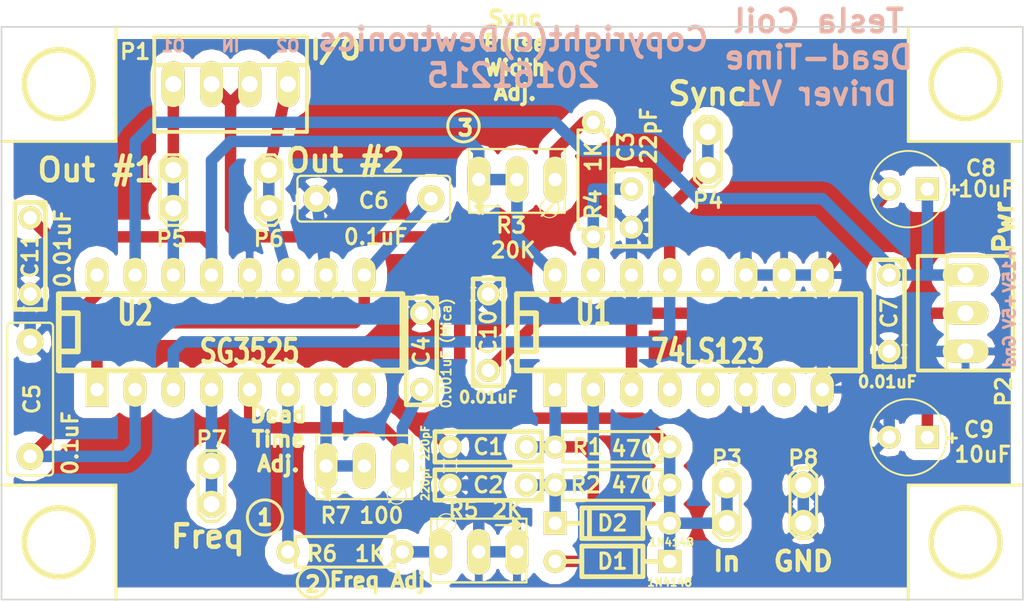
<source format=kicad_pcb>
(kicad_pcb (version 3) (host pcbnew "(2013-jul-07)-stable")

  (general
    (links 71)
    (no_connects 0)
    (area 182.144999 108.458 251.7648 146.785001)
    (thickness 1.6)
    (drawings 37)
    (tracks 148)
    (zones 0)
    (modules 34)
    (nets 19)
  )

  (page A3)
  (layers
    (15 F.Cu signal)
    (0 B.Cu signal)
    (16 B.Adhes user)
    (17 F.Adhes user)
    (18 B.Paste user)
    (19 F.Paste user)
    (20 B.SilkS user)
    (21 F.SilkS user)
    (22 B.Mask user)
    (23 F.Mask user)
    (24 Dwgs.User user)
    (25 Cmts.User user)
    (26 Eco1.User user)
    (27 Eco2.User user)
    (28 Edge.Cuts user)
  )

  (setup
    (last_trace_width 0.762)
    (trace_clearance 0.254)
    (zone_clearance 0.762)
    (zone_45_only no)
    (trace_min 0.254)
    (segment_width 0.2)
    (edge_width 0.1)
    (via_size 0.889)
    (via_drill 0.635)
    (via_min_size 0.889)
    (via_min_drill 0.508)
    (uvia_size 0.508)
    (uvia_drill 0.127)
    (uvias_allowed no)
    (uvia_min_size 0.508)
    (uvia_min_drill 0.127)
    (pcb_text_width 0.3)
    (pcb_text_size 1.5 1.5)
    (mod_edge_width 0.15)
    (mod_text_size 1 1)
    (mod_text_width 0.15)
    (pad_size 1.778 1.778)
    (pad_drill 0.889)
    (pad_to_mask_clearance 0)
    (aux_axis_origin 0 0)
    (visible_elements FFFFFFBF)
    (pcbplotparams
      (layerselection 284196865)
      (usegerberextensions true)
      (excludeedgelayer true)
      (linewidth 0.150000)
      (plotframeref false)
      (viasonmask false)
      (mode 1)
      (useauxorigin false)
      (hpglpennumber 1)
      (hpglpenspeed 20)
      (hpglpendiameter 15)
      (hpglpenoverlay 2)
      (psnegative false)
      (psa4output false)
      (plotreference true)
      (plotvalue true)
      (plotothertext true)
      (plotinvisibletext false)
      (padsonsilk false)
      (subtractmaskfromsilk false)
      (outputformat 1)
      (mirror false)
      (drillshape 0)
      (scaleselection 1)
      (outputdirectory gerber/))
  )

  (net 0 "")
  (net 1 +15V)
  (net 2 +5V)
  (net 3 A)
  (net 4 B)
  (net 5 C)
  (net 6 GND)
  (net 7 N-000001)
  (net 8 N-0000011)
  (net 9 N-0000012)
  (net 10 N-0000013)
  (net 11 N-0000015)
  (net 12 N-0000018)
  (net 13 N-000002)
  (net 14 N-000003)
  (net 15 N-000004)
  (net 16 N-000005)
  (net 17 N-000006)
  (net 18 N-000009)

  (net_class Default "This is the default net class."
    (clearance 0.254)
    (trace_width 0.762)
    (via_dia 0.889)
    (via_drill 0.635)
    (uvia_dia 0.508)
    (uvia_drill 0.127)
    (add_net "")
    (add_net +15V)
    (add_net +5V)
    (add_net A)
    (add_net B)
    (add_net C)
    (add_net GND)
    (add_net N-000001)
    (add_net N-0000011)
    (add_net N-0000012)
    (add_net N-0000013)
    (add_net N-0000015)
    (add_net N-0000018)
    (add_net N-000002)
    (add_net N-000003)
    (add_net N-000004)
    (add_net N-000005)
    (add_net N-000006)
    (add_net N-000009)
  )

  (module capacitor-wima-C7.5B3 (layer F.Cu) (tedit 585376F8) (tstamp 585218DA)
    (at 184.15 133.35 270)
    (descr "MKS3, 10 X 3 MM, GRID 7.62 MM")
    (tags "MKS3, 10 X 3 MM, GRID 7.62 MM")
    (path /54DC4385)
    (attr virtual)
    (fp_text reference C5 (at 0 -0.127 270) (layer F.SilkS)
      (effects (font (size 1.016 1.016) (thickness 0.2032)))
    )
    (fp_text value 0.1uF (at 2.921 -2.667 270) (layer F.SilkS)
      (effects (font (size 1.016 1.016) (thickness 0.2032)))
    )
    (fp_line (start 4.826 -1.524) (end -4.826 -1.524) (layer F.SilkS) (width 0.1524))
    (fp_line (start -5.08 -1.27) (end -5.08 1.27) (layer F.SilkS) (width 0.1524))
    (fp_line (start -4.826 1.524) (end 4.826 1.524) (layer F.SilkS) (width 0.1524))
    (fp_line (start 5.08 1.27) (end 5.08 -1.27) (layer F.SilkS) (width 0.1524))
    (fp_arc (start 4.826 -1.27) (end 4.826 -1.524) (angle 90) (layer F.SilkS) (width 0.1524))
    (fp_arc (start 4.826 1.27) (end 5.08 1.27) (angle 90) (layer F.SilkS) (width 0.1524))
    (fp_arc (start -4.826 1.27) (end -4.826 1.524) (angle 90) (layer F.SilkS) (width 0.1524))
    (fp_arc (start -4.826 -1.27) (end -5.08 -1.27) (angle 90) (layer F.SilkS) (width 0.1524))
    (pad 1 thru_hole circle (at -3.81 0 270) (size 1.778 1.778) (drill 0.889)
      (layers *.Cu *.Mask F.Paste F.SilkS)
      (net 6 GND)
    )
    (pad 2 thru_hole circle (at 3.81 0 270) (size 1.778 1.778) (drill 0.889)
      (layers *.Cu *.Mask F.Paste F.SilkS)
      (net 17 N-000006)
    )
  )

  (module capacitor-wima-C7.5B3 (layer F.Cu) (tedit 58537706) (tstamp 58522C3F)
    (at 207.01 120.015)
    (descr "MKS3, 10 X 3 MM, GRID 7.62 MM")
    (tags "MKS3, 10 X 3 MM, GRID 7.62 MM")
    (path /54DC43AD)
    (attr virtual)
    (fp_text reference C6 (at 0 0.127) (layer F.SilkS)
      (effects (font (size 1.016 1.016) (thickness 0.2032)))
    )
    (fp_text value 0.1uF (at 0.127 2.54) (layer F.SilkS)
      (effects (font (size 1.016 1.016) (thickness 0.2032)))
    )
    (fp_line (start 4.826 -1.524) (end -4.826 -1.524) (layer F.SilkS) (width 0.1524))
    (fp_line (start -5.08 -1.27) (end -5.08 1.27) (layer F.SilkS) (width 0.1524))
    (fp_line (start -4.826 1.524) (end 4.826 1.524) (layer F.SilkS) (width 0.1524))
    (fp_line (start 5.08 1.27) (end 5.08 -1.27) (layer F.SilkS) (width 0.1524))
    (fp_arc (start 4.826 -1.27) (end 4.826 -1.524) (angle 90) (layer F.SilkS) (width 0.1524))
    (fp_arc (start 4.826 1.27) (end 5.08 1.27) (angle 90) (layer F.SilkS) (width 0.1524))
    (fp_arc (start -4.826 1.27) (end -4.826 1.524) (angle 90) (layer F.SilkS) (width 0.1524))
    (fp_arc (start -4.826 -1.27) (end -5.08 -1.27) (angle 90) (layer F.SilkS) (width 0.1524))
    (pad 1 thru_hole circle (at -3.81 0) (size 1.778 1.778) (drill 0.889)
      (layers *.Cu *.Mask F.Paste F.SilkS)
      (net 6 GND)
    )
    (pad 2 thru_hole circle (at 3.81 0) (size 1.778 1.778) (drill 0.889)
      (layers *.Cu *.Mask F.Paste F.SilkS)
      (net 16 N-000005)
    )
  )

  (module C1V5 (layer F.Cu) (tedit 5853778E) (tstamp 58522DFF)
    (at 242.57 119.38 180)
    (descr "Condensateur e = 1 pas")
    (tags C)
    (path /54DDA978)
    (fp_text reference C8 (at -4.826 1.397 180) (layer F.SilkS)
      (effects (font (size 1.016 1.016) (thickness 0.2032)))
    )
    (fp_text value 10uF (at -5.207 0 180) (layer F.SilkS)
      (effects (font (size 1.016 1.016) (thickness 0.2032)))
    )
    (fp_text user + (at -3.048 0 180) (layer F.SilkS)
      (effects (font (size 0.762 0.762) (thickness 0.2032)))
    )
    (fp_circle (center 0 0) (end 0.127 -2.54) (layer F.SilkS) (width 0.127))
    (pad 1 thru_hole rect (at -1.27 0 180) (size 1.524 1.524) (drill 0.889)
      (layers *.Cu *.Mask F.SilkS)
      (net 1 +15V)
    )
    (pad 2 thru_hole circle (at 1.27 0 180) (size 1.524 1.524) (drill 0.889)
      (layers *.Cu *.Mask F.SilkS)
      (net 6 GND)
    )
    (model discret/c_vert_c1v5.wrl
      (at (xyz 0 0 0))
      (scale (xyz 1 1 1))
      (rotate (xyz 0 0 0))
    )
  )

  (module C1V5 (layer F.Cu) (tedit 58537764) (tstamp 585218E2)
    (at 242.57 135.89 180)
    (descr "Condensateur e = 1 pas")
    (tags C)
    (path /54DDA998)
    (fp_text reference C9 (at -4.699 0.508 180) (layer F.SilkS)
      (effects (font (size 1.016 1.016) (thickness 0.2032)))
    )
    (fp_text value 10uF (at -4.953 -1.143 180) (layer F.SilkS)
      (effects (font (size 1.016 1.016) (thickness 0.2032)))
    )
    (fp_text user + (at -2.921 0 180) (layer F.SilkS)
      (effects (font (size 0.762 0.762) (thickness 0.2032)))
    )
    (fp_circle (center 0 0) (end 0.127 -2.54) (layer F.SilkS) (width 0.127))
    (pad 1 thru_hole rect (at -1.27 0 180) (size 1.524 1.524) (drill 0.889)
      (layers *.Cu *.Mask F.SilkS)
      (net 2 +5V)
    )
    (pad 2 thru_hole circle (at 1.27 0 180) (size 1.524 1.524) (drill 0.889)
      (layers *.Cu *.Mask F.SilkS)
      (net 6 GND)
    )
    (model discret/c_vert_c1v5.wrl
      (at (xyz 0 0 0))
      (scale (xyz 1 1 1))
      (rotate (xyz 0 0 0))
    )
  )

  (module TESTPOINT (layer F.Cu) (tedit 58537820) (tstamp 585217CC)
    (at 235.585 140.335 270)
    (descr "Connecteurs 2 pins")
    (tags "CONN DEV")
    (path /58521024)
    (fp_text reference P8 (at -3.048 0 360) (layer F.SilkS)
      (effects (font (size 1.016 1.016) (thickness 0.2032)))
    )
    (fp_text value TST (at 0.127 1.524 270) (layer F.SilkS) hide
      (effects (font (size 0.762 0.762) (thickness 0.1524)))
    )
    (fp_line (start -1.905 -0.889) (end 1.778 -0.889) (layer F.SilkS) (width 0.2032))
    (fp_line (start 1.778 -0.889) (end 2.286 -0.381) (layer F.SilkS) (width 0.2032))
    (fp_line (start 2.286 -0.381) (end 2.286 0.381) (layer F.SilkS) (width 0.2032))
    (fp_line (start 2.286 0.381) (end 1.778 0.889) (layer F.SilkS) (width 0.2032))
    (fp_line (start 1.778 0.889) (end -1.905 0.889) (layer F.SilkS) (width 0.2032))
    (fp_line (start -1.905 0.889) (end -2.413 0.381) (layer F.SilkS) (width 0.2032))
    (fp_line (start -2.413 0.381) (end -2.413 -0.381) (layer F.SilkS) (width 0.2032))
    (fp_line (start -2.413 -0.381) (end -1.905 -0.889) (layer F.SilkS) (width 0.2032))
    (pad 1 thru_hole circle (at -1.27 0 270) (size 1.778 1.778) (drill 1.0668)
      (layers *.Cu *.Mask F.SilkS)
      (net 6 GND)
    )
    (pad 1 thru_hole circle (at 1.27 0 270) (size 1.778 1.778) (drill 1.0668)
      (layers *.Cu *.Mask F.SilkS)
      (net 6 GND)
    )
    (model connectors/testpoint.wrl
      (at (xyz 0 0 0))
      (scale (xyz 1 1 1))
      (rotate (xyz 0 0 0))
    )
  )

  (module TESTPOINT (layer F.Cu) (tedit 585377E6) (tstamp 585217DA)
    (at 200.025 119.38 90)
    (descr "Connecteurs 2 pins")
    (tags "CONN DEV")
    (path /58515B34)
    (fp_text reference P6 (at -3.302 0 180) (layer F.SilkS)
      (effects (font (size 1.016 1.016) (thickness 0.2032)))
    )
    (fp_text value TST (at 0.127 1.524 90) (layer F.SilkS) hide
      (effects (font (size 0.762 0.762) (thickness 0.1524)))
    )
    (fp_line (start -1.905 -0.889) (end 1.778 -0.889) (layer F.SilkS) (width 0.2032))
    (fp_line (start 1.778 -0.889) (end 2.286 -0.381) (layer F.SilkS) (width 0.2032))
    (fp_line (start 2.286 -0.381) (end 2.286 0.381) (layer F.SilkS) (width 0.2032))
    (fp_line (start 2.286 0.381) (end 1.778 0.889) (layer F.SilkS) (width 0.2032))
    (fp_line (start 1.778 0.889) (end -1.905 0.889) (layer F.SilkS) (width 0.2032))
    (fp_line (start -1.905 0.889) (end -2.413 0.381) (layer F.SilkS) (width 0.2032))
    (fp_line (start -2.413 0.381) (end -2.413 -0.381) (layer F.SilkS) (width 0.2032))
    (fp_line (start -2.413 -0.381) (end -1.905 -0.889) (layer F.SilkS) (width 0.2032))
    (pad 1 thru_hole circle (at -1.27 0 90) (size 1.778 1.778) (drill 1.0668)
      (layers *.Cu *.Mask F.SilkS)
      (net 5 C)
    )
    (pad 1 thru_hole circle (at 1.27 0 90) (size 1.778 1.778) (drill 1.0668)
      (layers *.Cu *.Mask F.SilkS)
      (net 5 C)
    )
    (model connectors/testpoint.wrl
      (at (xyz 0 0 0))
      (scale (xyz 1 1 1))
      (rotate (xyz 0 0 0))
    )
  )

  (module TESTPOINT (layer F.Cu) (tedit 585377DE) (tstamp 585217E8)
    (at 193.675 119.38 90)
    (descr "Connecteurs 2 pins")
    (tags "CONN DEV")
    (path /58515B25)
    (fp_text reference P5 (at -3.302 -0.127 180) (layer F.SilkS)
      (effects (font (size 1.016 1.016) (thickness 0.2032)))
    )
    (fp_text value TST (at 0.127 1.524 90) (layer F.SilkS) hide
      (effects (font (size 0.762 0.762) (thickness 0.1524)))
    )
    (fp_line (start -1.905 -0.889) (end 1.778 -0.889) (layer F.SilkS) (width 0.2032))
    (fp_line (start 1.778 -0.889) (end 2.286 -0.381) (layer F.SilkS) (width 0.2032))
    (fp_line (start 2.286 -0.381) (end 2.286 0.381) (layer F.SilkS) (width 0.2032))
    (fp_line (start 2.286 0.381) (end 1.778 0.889) (layer F.SilkS) (width 0.2032))
    (fp_line (start 1.778 0.889) (end -1.905 0.889) (layer F.SilkS) (width 0.2032))
    (fp_line (start -1.905 0.889) (end -2.413 0.381) (layer F.SilkS) (width 0.2032))
    (fp_line (start -2.413 0.381) (end -2.413 -0.381) (layer F.SilkS) (width 0.2032))
    (fp_line (start -2.413 -0.381) (end -1.905 -0.889) (layer F.SilkS) (width 0.2032))
    (pad 1 thru_hole circle (at -1.27 0 90) (size 1.778 1.778) (drill 1.0668)
      (layers *.Cu *.Mask F.SilkS)
      (net 4 B)
    )
    (pad 1 thru_hole circle (at 1.27 0 90) (size 1.778 1.778) (drill 1.0668)
      (layers *.Cu *.Mask F.SilkS)
      (net 4 B)
    )
    (model connectors/testpoint.wrl
      (at (xyz 0 0 0))
      (scale (xyz 1 1 1))
      (rotate (xyz 0 0 0))
    )
  )

  (module TESTPOINT (layer F.Cu) (tedit 585377F1) (tstamp 585217F6)
    (at 196.215 139.065 90)
    (descr "Connecteurs 2 pins")
    (tags "CONN DEV")
    (path /58515A9A)
    (fp_text reference P7 (at 3.048 0 180) (layer F.SilkS)
      (effects (font (size 1.016 1.016) (thickness 0.2032)))
    )
    (fp_text value TST (at 0.127 1.524 90) (layer F.SilkS) hide
      (effects (font (size 0.762 0.762) (thickness 0.1524)))
    )
    (fp_line (start -1.905 -0.889) (end 1.778 -0.889) (layer F.SilkS) (width 0.2032))
    (fp_line (start 1.778 -0.889) (end 2.286 -0.381) (layer F.SilkS) (width 0.2032))
    (fp_line (start 2.286 -0.381) (end 2.286 0.381) (layer F.SilkS) (width 0.2032))
    (fp_line (start 2.286 0.381) (end 1.778 0.889) (layer F.SilkS) (width 0.2032))
    (fp_line (start 1.778 0.889) (end -1.905 0.889) (layer F.SilkS) (width 0.2032))
    (fp_line (start -1.905 0.889) (end -2.413 0.381) (layer F.SilkS) (width 0.2032))
    (fp_line (start -2.413 0.381) (end -2.413 -0.381) (layer F.SilkS) (width 0.2032))
    (fp_line (start -2.413 -0.381) (end -1.905 -0.889) (layer F.SilkS) (width 0.2032))
    (pad 1 thru_hole circle (at -1.27 0 90) (size 1.778 1.778) (drill 1.0668)
      (layers *.Cu *.Mask F.SilkS)
      (net 10 N-0000013)
    )
    (pad 1 thru_hole circle (at 1.27 0 90) (size 1.778 1.778) (drill 1.0668)
      (layers *.Cu *.Mask F.SilkS)
      (net 10 N-0000013)
    )
    (model connectors/testpoint.wrl
      (at (xyz 0 0 0))
      (scale (xyz 1 1 1))
      (rotate (xyz 0 0 0))
    )
  )

  (module TESTPOINT (layer F.Cu) (tedit 585377A1) (tstamp 58521804)
    (at 229.235 116.84 90)
    (descr "Connecteurs 2 pins")
    (tags "CONN DEV")
    (path /5852043D)
    (fp_text reference P4 (at -3.302 0 180) (layer F.SilkS)
      (effects (font (size 1.016 1.016) (thickness 0.2032)))
    )
    (fp_text value TST (at 0.127 1.524 90) (layer F.SilkS) hide
      (effects (font (size 0.762 0.762) (thickness 0.1524)))
    )
    (fp_line (start -1.905 -0.889) (end 1.778 -0.889) (layer F.SilkS) (width 0.2032))
    (fp_line (start 1.778 -0.889) (end 2.286 -0.381) (layer F.SilkS) (width 0.2032))
    (fp_line (start 2.286 -0.381) (end 2.286 0.381) (layer F.SilkS) (width 0.2032))
    (fp_line (start 2.286 0.381) (end 1.778 0.889) (layer F.SilkS) (width 0.2032))
    (fp_line (start 1.778 0.889) (end -1.905 0.889) (layer F.SilkS) (width 0.2032))
    (fp_line (start -1.905 0.889) (end -2.413 0.381) (layer F.SilkS) (width 0.2032))
    (fp_line (start -2.413 0.381) (end -2.413 -0.381) (layer F.SilkS) (width 0.2032))
    (fp_line (start -2.413 -0.381) (end -1.905 -0.889) (layer F.SilkS) (width 0.2032))
    (pad 1 thru_hole circle (at -1.27 0 90) (size 1.778 1.778) (drill 1.0668)
      (layers *.Cu *.Mask F.SilkS)
      (net 18 N-000009)
    )
    (pad 1 thru_hole circle (at 1.27 0 90) (size 1.778 1.778) (drill 1.0668)
      (layers *.Cu *.Mask F.SilkS)
      (net 18 N-000009)
    )
    (model connectors/testpoint.wrl
      (at (xyz 0 0 0))
      (scale (xyz 1 1 1))
      (rotate (xyz 0 0 0))
    )
  )

  (module TESTPOINT (layer F.Cu) (tedit 585377C7) (tstamp 58521812)
    (at 230.505 140.335 90)
    (descr "Connecteurs 2 pins")
    (tags "CONN DEV")
    (path /58520548)
    (fp_text reference P3 (at 3.048 0 180) (layer F.SilkS)
      (effects (font (size 1.016 1.016) (thickness 0.2032)))
    )
    (fp_text value TST (at 0.127 1.524 90) (layer F.SilkS) hide
      (effects (font (size 0.762 0.762) (thickness 0.1524)))
    )
    (fp_line (start -1.905 -0.889) (end 1.778 -0.889) (layer F.SilkS) (width 0.2032))
    (fp_line (start 1.778 -0.889) (end 2.286 -0.381) (layer F.SilkS) (width 0.2032))
    (fp_line (start 2.286 -0.381) (end 2.286 0.381) (layer F.SilkS) (width 0.2032))
    (fp_line (start 2.286 0.381) (end 1.778 0.889) (layer F.SilkS) (width 0.2032))
    (fp_line (start 1.778 0.889) (end -1.905 0.889) (layer F.SilkS) (width 0.2032))
    (fp_line (start -1.905 0.889) (end -2.413 0.381) (layer F.SilkS) (width 0.2032))
    (fp_line (start -2.413 0.381) (end -2.413 -0.381) (layer F.SilkS) (width 0.2032))
    (fp_line (start -2.413 -0.381) (end -1.905 -0.889) (layer F.SilkS) (width 0.2032))
    (pad 1 thru_hole circle (at -1.27 0 90) (size 1.778 1.778) (drill 1.0668)
      (layers *.Cu *.Mask F.SilkS)
      (net 3 A)
    )
    (pad 1 thru_hole circle (at 1.27 0 90) (size 1.778 1.778) (drill 1.0668)
      (layers *.Cu *.Mask F.SilkS)
      (net 3 A)
    )
    (model connectors/testpoint.wrl
      (at (xyz 0 0 0))
      (scale (xyz 1 1 1))
      (rotate (xyz 0 0 0))
    )
  )

  (module R3 (layer F.Cu) (tedit 5852AEBD) (tstamp 58521820)
    (at 221.615 118.745 270)
    (descr "Resitance 3 pas")
    (tags R)
    (path /54D85178)
    (autoplace_cost180 10)
    (fp_text reference R4 (at 1.651 0 270) (layer F.SilkS)
      (effects (font (size 1.016 1.016) (thickness 0.2032)))
    )
    (fp_text value 1K (at -1.524 0 270) (layer F.SilkS)
      (effects (font (size 1.016 1.016) (thickness 0.2032)))
    )
    (fp_line (start -3.81 0) (end -3.302 0) (layer F.SilkS) (width 0.2032))
    (fp_line (start 3.81 0) (end 3.302 0) (layer F.SilkS) (width 0.2032))
    (fp_line (start 3.302 0) (end 3.302 -1.016) (layer F.SilkS) (width 0.2032))
    (fp_line (start 3.302 -1.016) (end -3.302 -1.016) (layer F.SilkS) (width 0.2032))
    (fp_line (start -3.302 -1.016) (end -3.302 1.016) (layer F.SilkS) (width 0.2032))
    (fp_line (start -3.302 1.016) (end 3.302 1.016) (layer F.SilkS) (width 0.2032))
    (fp_line (start 3.302 1.016) (end 3.302 0) (layer F.SilkS) (width 0.2032))
    (fp_line (start -3.302 -0.508) (end -2.794 -1.016) (layer F.SilkS) (width 0.2032))
    (pad 1 thru_hole circle (at -3.81 0 270) (size 1.524 1.524) (drill 0.889)
      (layers *.Cu *.Mask F.SilkS)
      (net 15 N-000004)
    )
    (pad 2 thru_hole circle (at 3.81 0 270) (size 1.524 1.524) (drill 0.889)
      (layers *.Cu *.Mask F.SilkS)
      (net 12 N-0000018)
    )
    (model discret/resistor.wrl
      (at (xyz 0 0 0))
      (scale (xyz 0.3 0.3 0.3))
      (rotate (xyz 0 0 0))
    )
  )

  (module R3 (layer F.Cu) (tedit 5852ADC1) (tstamp 5852182E)
    (at 222.885 136.525 180)
    (descr "Resitance 3 pas")
    (tags R)
    (path /54DD975D)
    (autoplace_cost180 10)
    (fp_text reference R1 (at 1.651 0 180) (layer F.SilkS)
      (effects (font (size 1.016 1.016) (thickness 0.2032)))
    )
    (fp_text value 470 (at -1.397 -0.127 180) (layer F.SilkS)
      (effects (font (size 1.016 1.016) (thickness 0.2032)))
    )
    (fp_line (start -3.81 0) (end -3.302 0) (layer F.SilkS) (width 0.2032))
    (fp_line (start 3.81 0) (end 3.302 0) (layer F.SilkS) (width 0.2032))
    (fp_line (start 3.302 0) (end 3.302 -1.016) (layer F.SilkS) (width 0.2032))
    (fp_line (start 3.302 -1.016) (end -3.302 -1.016) (layer F.SilkS) (width 0.2032))
    (fp_line (start -3.302 -1.016) (end -3.302 1.016) (layer F.SilkS) (width 0.2032))
    (fp_line (start -3.302 1.016) (end 3.302 1.016) (layer F.SilkS) (width 0.2032))
    (fp_line (start 3.302 1.016) (end 3.302 0) (layer F.SilkS) (width 0.2032))
    (fp_line (start -3.302 -0.508) (end -2.794 -1.016) (layer F.SilkS) (width 0.2032))
    (pad 1 thru_hole circle (at -3.81 0 180) (size 1.524 1.524) (drill 0.889)
      (layers *.Cu *.Mask F.SilkS)
      (net 3 A)
    )
    (pad 2 thru_hole circle (at 3.81 0 180) (size 1.524 1.524) (drill 0.889)
      (layers *.Cu *.Mask F.SilkS)
      (net 9 N-0000012)
    )
    (model discret/resistor.wrl
      (at (xyz 0 0 0))
      (scale (xyz 0.3 0.3 0.3))
      (rotate (xyz 0 0 0))
    )
  )

  (module R3 (layer F.Cu) (tedit 58535EB3) (tstamp 5852183C)
    (at 222.885 139.065 180)
    (descr "Resitance 3 pas")
    (tags R)
    (path /54DD9816)
    (autoplace_cost180 10)
    (fp_text reference R2 (at 1.778 0 180) (layer F.SilkS)
      (effects (font (size 1.016 1.016) (thickness 0.2032)))
    )
    (fp_text value 470 (at -1.397 0 180) (layer F.SilkS)
      (effects (font (size 1.016 1.016) (thickness 0.2032)))
    )
    (fp_line (start -3.81 0) (end -3.302 0) (layer F.SilkS) (width 0.2032))
    (fp_line (start 3.81 0) (end 3.302 0) (layer F.SilkS) (width 0.2032))
    (fp_line (start 3.302 0) (end 3.302 -1.016) (layer F.SilkS) (width 0.2032))
    (fp_line (start 3.302 -1.016) (end -3.302 -1.016) (layer F.SilkS) (width 0.2032))
    (fp_line (start -3.302 -1.016) (end -3.302 1.016) (layer F.SilkS) (width 0.2032))
    (fp_line (start -3.302 1.016) (end 3.302 1.016) (layer F.SilkS) (width 0.2032))
    (fp_line (start 3.302 1.016) (end 3.302 0) (layer F.SilkS) (width 0.2032))
    (fp_line (start -3.302 -0.508) (end -2.794 -1.016) (layer F.SilkS) (width 0.2032))
    (pad 1 thru_hole circle (at -3.81 0 180) (size 1.524 1.524) (drill 0.889)
      (layers *.Cu *.Mask F.SilkS)
      (net 3 A)
    )
    (pad 2 thru_hole circle (at 3.81 0 180) (size 1.524 1.524) (drill 0.889)
      (layers *.Cu *.Mask F.SilkS)
      (net 8 N-0000011)
    )
    (model discret/resistor.wrl
      (at (xyz 0 0 0))
      (scale (xyz 0.3 0.3 0.3))
      (rotate (xyz 0 0 0))
    )
  )

  (module R3 (layer F.Cu) (tedit 5852ACA3) (tstamp 5854B0A5)
    (at 205.105 143.51 180)
    (descr "Resitance 3 pas")
    (tags R)
    (path /54DC42FE)
    (autoplace_cost180 10)
    (fp_text reference R6 (at 1.524 -0.127 180) (layer F.SilkS)
      (effects (font (size 1.016 1.016) (thickness 0.2032)))
    )
    (fp_text value 1K (at -1.651 -0.127 180) (layer F.SilkS)
      (effects (font (size 1.016 1.016) (thickness 0.2032)))
    )
    (fp_line (start -3.81 0) (end -3.302 0) (layer F.SilkS) (width 0.2032))
    (fp_line (start 3.81 0) (end 3.302 0) (layer F.SilkS) (width 0.2032))
    (fp_line (start 3.302 0) (end 3.302 -1.016) (layer F.SilkS) (width 0.2032))
    (fp_line (start 3.302 -1.016) (end -3.302 -1.016) (layer F.SilkS) (width 0.2032))
    (fp_line (start -3.302 -1.016) (end -3.302 1.016) (layer F.SilkS) (width 0.2032))
    (fp_line (start -3.302 1.016) (end 3.302 1.016) (layer F.SilkS) (width 0.2032))
    (fp_line (start 3.302 1.016) (end 3.302 0) (layer F.SilkS) (width 0.2032))
    (fp_line (start -3.302 -0.508) (end -2.794 -1.016) (layer F.SilkS) (width 0.2032))
    (pad 1 thru_hole circle (at -3.81 0 180) (size 1.524 1.524) (drill 0.889)
      (layers *.Cu *.Mask F.SilkS)
      (net 13 N-000002)
    )
    (pad 2 thru_hole circle (at 3.81 0 180) (size 1.524 1.524) (drill 0.889)
      (layers *.Cu *.Mask F.SilkS)
      (net 7 N-000001)
    )
    (model discret/resistor.wrl
      (at (xyz 0 0 0))
      (scale (xyz 0.3 0.3 0.3))
      (rotate (xyz 0 0 0))
    )
  )

  (module DIP-16__300_ELL (layer F.Cu) (tedit 58535F3F) (tstamp 58521866)
    (at 197.485 128.905)
    (descr "16 pins DIL package, elliptical pads")
    (tags DIL)
    (path /54DC42EF)
    (fp_text reference U2 (at -6.35 -1.27) (layer F.SilkS)
      (effects (font (size 1.524 1.143) (thickness 0.3048)))
    )
    (fp_text value SG3525 (at 1.27 1.27) (layer F.SilkS)
      (effects (font (size 1.524 1.143) (thickness 0.3048)))
    )
    (fp_line (start -11.43 -1.27) (end -11.43 -1.27) (layer F.SilkS) (width 0.381))
    (fp_line (start -11.43 -1.27) (end -10.16 -1.27) (layer F.SilkS) (width 0.381))
    (fp_line (start -10.16 -1.27) (end -10.16 1.27) (layer F.SilkS) (width 0.381))
    (fp_line (start -10.16 1.27) (end -11.43 1.27) (layer F.SilkS) (width 0.381))
    (fp_line (start -11.43 -2.54) (end 11.43 -2.54) (layer F.SilkS) (width 0.381))
    (fp_line (start 11.43 -2.54) (end 11.43 2.54) (layer F.SilkS) (width 0.381))
    (fp_line (start 11.43 2.54) (end -11.43 2.54) (layer F.SilkS) (width 0.381))
    (fp_line (start -11.43 2.54) (end -11.43 -2.54) (layer F.SilkS) (width 0.381))
    (pad 1 thru_hole rect (at -8.89 3.81) (size 1.524 2.286) (drill 0.889)
      (layers *.Cu *.Mask F.SilkS)
      (net 16 N-000005)
    )
    (pad 2 thru_hole oval (at -6.35 3.81) (size 1.524 2.286) (drill 0.889)
      (layers *.Cu *.Mask F.SilkS)
      (net 17 N-000006)
    )
    (pad 3 thru_hole oval (at -3.81 3.81) (size 1.524 2.286) (drill 0.889)
      (layers *.Cu *.Mask F.SilkS)
      (net 18 N-000009)
    )
    (pad 4 thru_hole oval (at -1.27 3.81) (size 1.524 2.286) (drill 0.889)
      (layers *.Cu *.Mask F.SilkS)
      (net 10 N-0000013)
    )
    (pad 5 thru_hole oval (at 1.27 3.81) (size 1.524 2.286) (drill 0.889)
      (layers *.Cu *.Mask F.SilkS)
      (net 14 N-000003)
    )
    (pad 6 thru_hole oval (at 3.81 3.81) (size 1.524 2.286) (drill 0.889)
      (layers *.Cu *.Mask F.SilkS)
      (net 7 N-000001)
    )
    (pad 7 thru_hole oval (at 6.35 3.81) (size 1.524 2.286) (drill 0.889)
      (layers *.Cu *.Mask F.SilkS)
      (net 11 N-0000015)
    )
    (pad 8 thru_hole oval (at 8.89 3.81) (size 1.524 2.286) (drill 0.889)
      (layers *.Cu *.Mask F.SilkS)
    )
    (pad 9 thru_hole oval (at 8.89 -3.81) (size 1.524 2.286) (drill 0.889)
      (layers *.Cu *.Mask F.SilkS)
      (net 16 N-000005)
    )
    (pad 10 thru_hole oval (at 6.35 -3.81) (size 1.524 2.286) (drill 0.889)
      (layers *.Cu *.Mask F.SilkS)
      (net 6 GND)
    )
    (pad 11 thru_hole oval (at 3.81 -3.81) (size 1.524 2.286) (drill 0.889)
      (layers *.Cu *.Mask F.SilkS)
      (net 5 C)
    )
    (pad 12 thru_hole oval (at 1.27 -3.81) (size 1.524 2.286) (drill 0.889)
      (layers *.Cu *.Mask F.SilkS)
      (net 6 GND)
    )
    (pad 13 thru_hole oval (at -1.27 -3.81) (size 1.524 2.286) (drill 0.889)
      (layers *.Cu *.Mask F.SilkS)
      (net 2 +5V)
    )
    (pad 14 thru_hole oval (at -3.81 -3.81) (size 1.524 2.286) (drill 0.889)
      (layers *.Cu *.Mask F.SilkS)
      (net 4 B)
    )
    (pad 15 thru_hole oval (at -6.35 -3.81) (size 1.524 2.286) (drill 0.889)
      (layers *.Cu *.Mask F.SilkS)
      (net 1 +15V)
    )
    (pad 16 thru_hole oval (at -8.89 -3.81) (size 1.524 2.286) (drill 0.889)
      (layers *.Cu *.Mask F.SilkS)
      (net 17 N-000006)
    )
    (model dil/dil_16.wrl
      (at (xyz 0 0 0))
      (scale (xyz 1 1 1))
      (rotate (xyz 0 0 0))
    )
  )

  (module DIP-16__300_ELL (layer F.Cu) (tedit 58535F2F) (tstamp 58521882)
    (at 227.965 128.905)
    (descr "16 pins DIL package, elliptical pads")
    (tags DIL)
    (path /54D8501D)
    (fp_text reference U1 (at -6.35 -1.27) (layer F.SilkS)
      (effects (font (size 1.524 1.143) (thickness 0.3048)))
    )
    (fp_text value 74LS123 (at 1.27 1.27) (layer F.SilkS)
      (effects (font (size 1.524 1.143) (thickness 0.3048)))
    )
    (fp_line (start -11.43 -1.27) (end -11.43 -1.27) (layer F.SilkS) (width 0.381))
    (fp_line (start -11.43 -1.27) (end -10.16 -1.27) (layer F.SilkS) (width 0.381))
    (fp_line (start -10.16 -1.27) (end -10.16 1.27) (layer F.SilkS) (width 0.381))
    (fp_line (start -10.16 1.27) (end -11.43 1.27) (layer F.SilkS) (width 0.381))
    (fp_line (start -11.43 -2.54) (end 11.43 -2.54) (layer F.SilkS) (width 0.381))
    (fp_line (start 11.43 -2.54) (end 11.43 2.54) (layer F.SilkS) (width 0.381))
    (fp_line (start 11.43 2.54) (end -11.43 2.54) (layer F.SilkS) (width 0.381))
    (fp_line (start -11.43 2.54) (end -11.43 -2.54) (layer F.SilkS) (width 0.381))
    (pad 1 thru_hole rect (at -8.89 3.81) (size 1.524 2.286) (drill 0.889)
      (layers *.Cu *.Mask F.SilkS)
      (net 9 N-0000012)
    )
    (pad 2 thru_hole oval (at -6.35 3.81) (size 1.524 2.286) (drill 0.889)
      (layers *.Cu *.Mask F.SilkS)
      (net 8 N-0000011)
    )
    (pad 3 thru_hole oval (at -3.81 3.81) (size 1.524 2.286) (drill 0.889)
      (layers *.Cu *.Mask F.SilkS)
      (net 2 +5V)
    )
    (pad 4 thru_hole oval (at -1.27 3.81) (size 1.524 2.286) (drill 0.889)
      (layers *.Cu *.Mask F.SilkS)
    )
    (pad 5 thru_hole oval (at 1.27 3.81) (size 1.524 2.286) (drill 0.889)
      (layers *.Cu *.Mask F.SilkS)
    )
    (pad 6 thru_hole oval (at 3.81 3.81) (size 1.524 2.286) (drill 0.889)
      (layers *.Cu *.Mask F.SilkS)
      (net 6 GND)
    )
    (pad 7 thru_hole oval (at 6.35 3.81) (size 1.524 2.286) (drill 0.889)
      (layers *.Cu *.Mask F.SilkS)
    )
    (pad 8 thru_hole oval (at 8.89 3.81) (size 1.524 2.286) (drill 0.889)
      (layers *.Cu *.Mask F.SilkS)
      (net 6 GND)
    )
    (pad 9 thru_hole oval (at 8.89 -3.81) (size 1.524 2.286) (drill 0.889)
      (layers *.Cu *.Mask F.SilkS)
      (net 6 GND)
    )
    (pad 10 thru_hole oval (at 6.35 -3.81) (size 1.524 2.286) (drill 0.889)
      (layers *.Cu *.Mask F.SilkS)
      (net 6 GND)
    )
    (pad 11 thru_hole oval (at 3.81 -3.81) (size 1.524 2.286) (drill 0.889)
      (layers *.Cu *.Mask F.SilkS)
      (net 6 GND)
    )
    (pad 12 thru_hole oval (at 1.27 -3.81) (size 1.524 2.286) (drill 0.889)
      (layers *.Cu *.Mask F.SilkS)
    )
    (pad 13 thru_hole oval (at -1.27 -3.81) (size 1.524 2.286) (drill 0.889)
      (layers *.Cu *.Mask F.SilkS)
      (net 18 N-000009)
    )
    (pad 14 thru_hole oval (at -3.81 -3.81) (size 1.524 2.286) (drill 0.889)
      (layers *.Cu *.Mask F.SilkS)
      (net 6 GND)
    )
    (pad 15 thru_hole oval (at -6.35 -3.81) (size 1.524 2.286) (drill 0.889)
      (layers *.Cu *.Mask F.SilkS)
      (net 12 N-0000018)
    )
    (pad 16 thru_hole oval (at -8.89 -3.81) (size 1.524 2.286) (drill 0.889)
      (layers *.Cu *.Mask F.SilkS)
      (net 2 +5V)
    )
    (model dil/dil_16.wrl
      (at (xyz 0 0 0))
      (scale (xyz 1 1 1))
      (rotate (xyz 0 0 0))
    )
  )

  (module C2 (layer F.Cu) (tedit 5852A9E7) (tstamp 58522B88)
    (at 184.15 123.825 270)
    (descr "Condensateur = 2 pas")
    (tags C)
    (path /54DDAA23)
    (fp_text reference C11 (at 0 0 270) (layer F.SilkS)
      (effects (font (size 1.016 1.016) (thickness 0.2032)))
    )
    (fp_text value 0.01uF (at -0.508 -2.159 270) (layer F.SilkS)
      (effects (font (size 1.016 1.016) (thickness 0.2032)))
    )
    (fp_line (start -3.556 -1.016) (end 3.556 -1.016) (layer F.SilkS) (width 0.3048))
    (fp_line (start 3.556 -1.016) (end 3.556 1.016) (layer F.SilkS) (width 0.3048))
    (fp_line (start 3.556 1.016) (end -3.556 1.016) (layer F.SilkS) (width 0.3048))
    (fp_line (start -3.556 1.016) (end -3.556 -1.016) (layer F.SilkS) (width 0.3048))
    (fp_line (start -3.556 -0.508) (end -3.048 -1.016) (layer F.SilkS) (width 0.3048))
    (pad 1 thru_hole circle (at -2.54 0 270) (size 1.524 1.524) (drill 0.889)
      (layers *.Cu *.Mask F.SilkS)
      (net 2 +5V)
    )
    (pad 2 thru_hole circle (at 2.54 0 270) (size 1.524 1.524) (drill 0.889)
      (layers *.Cu *.Mask F.SilkS)
      (net 6 GND)
    )
    (model discret/capa_2pas_5x5mm.wrl
      (at (xyz 0 0 0))
      (scale (xyz 1 1 1))
      (rotate (xyz 0 0 0))
    )
  )

  (module C2 (layer F.Cu) (tedit 58535DFF) (tstamp 585218A3)
    (at 241.3 127.635 270)
    (descr "Condensateur = 2 pas")
    (tags C)
    (path /54DDA9DF)
    (fp_text reference C7 (at 0 0 270) (layer F.SilkS)
      (effects (font (size 1.016 1.016) (thickness 0.2032)))
    )
    (fp_text value 0.01uF (at 4.572 0.127 360) (layer F.SilkS)
      (effects (font (size 0.762 0.762) (thickness 0.1905)))
    )
    (fp_line (start -3.556 -1.016) (end 3.556 -1.016) (layer F.SilkS) (width 0.3048))
    (fp_line (start 3.556 -1.016) (end 3.556 1.016) (layer F.SilkS) (width 0.3048))
    (fp_line (start 3.556 1.016) (end -3.556 1.016) (layer F.SilkS) (width 0.3048))
    (fp_line (start -3.556 1.016) (end -3.556 -1.016) (layer F.SilkS) (width 0.3048))
    (fp_line (start -3.556 -0.508) (end -3.048 -1.016) (layer F.SilkS) (width 0.3048))
    (pad 1 thru_hole circle (at -2.54 0 270) (size 1.524 1.524) (drill 0.889)
      (layers *.Cu *.Mask F.SilkS)
      (net 1 +15V)
    )
    (pad 2 thru_hole circle (at 2.54 0 270) (size 1.524 1.524) (drill 0.889)
      (layers *.Cu *.Mask F.SilkS)
      (net 6 GND)
    )
    (model discret/capa_2pas_5x5mm.wrl
      (at (xyz 0 0 0))
      (scale (xyz 1 1 1))
      (rotate (xyz 0 0 0))
    )
  )

  (module C2 (layer F.Cu) (tedit 5852AFB3) (tstamp 58522CE7)
    (at 214.63 128.905 90)
    (descr "Condensateur = 2 pas")
    (tags C)
    (path /54DDA9B8)
    (fp_text reference C10 (at 0 0 90) (layer F.SilkS)
      (effects (font (size 1.016 1.016) (thickness 0.2032)))
    )
    (fp_text value 0.01uF (at -4.318 0 180) (layer F.SilkS)
      (effects (font (size 0.762 0.762) (thickness 0.1905)))
    )
    (fp_line (start -3.556 -1.016) (end 3.556 -1.016) (layer F.SilkS) (width 0.3048))
    (fp_line (start 3.556 -1.016) (end 3.556 1.016) (layer F.SilkS) (width 0.3048))
    (fp_line (start 3.556 1.016) (end -3.556 1.016) (layer F.SilkS) (width 0.3048))
    (fp_line (start -3.556 1.016) (end -3.556 -1.016) (layer F.SilkS) (width 0.3048))
    (fp_line (start -3.556 -0.508) (end -3.048 -1.016) (layer F.SilkS) (width 0.3048))
    (pad 1 thru_hole circle (at -2.54 0 90) (size 1.524 1.524) (drill 0.889)
      (layers *.Cu *.Mask F.SilkS)
      (net 2 +5V)
    )
    (pad 2 thru_hole circle (at 2.54 0 90) (size 1.524 1.524) (drill 0.889)
      (layers *.Cu *.Mask F.SilkS)
      (net 6 GND)
    )
    (model discret/capa_2pas_5x5mm.wrl
      (at (xyz 0 0 0))
      (scale (xyz 1 1 1))
      (rotate (xyz 0 0 0))
    )
  )

  (module C2 (layer F.Cu) (tedit 5852AFC9) (tstamp 5852B21F)
    (at 210.185 130.175 270)
    (descr "Condensateur = 2 pas")
    (tags C)
    (path /54DC4330)
    (fp_text reference C4 (at 0 0 270) (layer F.SilkS)
      (effects (font (size 1.016 1.016) (thickness 0.2032)))
    )
    (fp_text value "0.001uF (Mica)" (at 0.127 -1.651 270) (layer F.SilkS)
      (effects (font (size 0.635 0.635) (thickness 0.127)))
    )
    (fp_line (start -3.556 -1.016) (end 3.556 -1.016) (layer F.SilkS) (width 0.3048))
    (fp_line (start 3.556 -1.016) (end 3.556 1.016) (layer F.SilkS) (width 0.3048))
    (fp_line (start 3.556 1.016) (end -3.556 1.016) (layer F.SilkS) (width 0.3048))
    (fp_line (start -3.556 1.016) (end -3.556 -1.016) (layer F.SilkS) (width 0.3048))
    (fp_line (start -3.556 -0.508) (end -3.048 -1.016) (layer F.SilkS) (width 0.3048))
    (pad 1 thru_hole circle (at -2.54 0 270) (size 1.524 1.524) (drill 0.889)
      (layers *.Cu *.Mask F.SilkS)
      (net 6 GND)
    )
    (pad 2 thru_hole circle (at 2.54 0 270) (size 1.524 1.524) (drill 0.889)
      (layers *.Cu *.Mask F.SilkS)
      (net 14 N-000003)
    )
    (model discret/capa_2pas_5x5mm.wrl
      (at (xyz 0 0 0))
      (scale (xyz 1 1 1))
      (rotate (xyz 0 0 0))
    )
  )

  (module C2 (layer F.Cu) (tedit 5852AD8E) (tstamp 585218C4)
    (at 214.63 139.065 180)
    (descr "Condensateur = 2 pas")
    (tags C)
    (path /54DD983E)
    (fp_text reference C2 (at 0 0 180) (layer F.SilkS)
      (effects (font (size 1.016 1.016) (thickness 0.2032)))
    )
    (fp_text value 220pF (at 4.191 0.127 270) (layer F.SilkS)
      (effects (font (size 0.508 0.508) (thickness 0.127)))
    )
    (fp_line (start -3.556 -1.016) (end 3.556 -1.016) (layer F.SilkS) (width 0.3048))
    (fp_line (start 3.556 -1.016) (end 3.556 1.016) (layer F.SilkS) (width 0.3048))
    (fp_line (start 3.556 1.016) (end -3.556 1.016) (layer F.SilkS) (width 0.3048))
    (fp_line (start -3.556 1.016) (end -3.556 -1.016) (layer F.SilkS) (width 0.3048))
    (fp_line (start -3.556 -0.508) (end -3.048 -1.016) (layer F.SilkS) (width 0.3048))
    (pad 1 thru_hole circle (at -2.54 0 180) (size 1.524 1.524) (drill 0.889)
      (layers *.Cu *.Mask F.SilkS)
      (net 8 N-0000011)
    )
    (pad 2 thru_hole circle (at 2.54 0 180) (size 1.524 1.524) (drill 0.889)
      (layers *.Cu *.Mask F.SilkS)
      (net 6 GND)
    )
    (model discret/capa_2pas_5x5mm.wrl
      (at (xyz 0 0 0))
      (scale (xyz 1 1 1))
      (rotate (xyz 0 0 0))
    )
  )

  (module C2 (layer F.Cu) (tedit 5852AD92) (tstamp 585218CF)
    (at 214.63 136.525 180)
    (descr "Condensateur = 2 pas")
    (tags C)
    (path /54DD97A3)
    (fp_text reference C1 (at 0 0 180) (layer F.SilkS)
      (effects (font (size 1.016 1.016) (thickness 0.2032)))
    )
    (fp_text value 220pF (at 4.191 0.254 270) (layer F.SilkS)
      (effects (font (size 0.508 0.508) (thickness 0.127)))
    )
    (fp_line (start -3.556 -1.016) (end 3.556 -1.016) (layer F.SilkS) (width 0.3048))
    (fp_line (start 3.556 -1.016) (end 3.556 1.016) (layer F.SilkS) (width 0.3048))
    (fp_line (start 3.556 1.016) (end -3.556 1.016) (layer F.SilkS) (width 0.3048))
    (fp_line (start -3.556 1.016) (end -3.556 -1.016) (layer F.SilkS) (width 0.3048))
    (fp_line (start -3.556 -0.508) (end -3.048 -1.016) (layer F.SilkS) (width 0.3048))
    (pad 1 thru_hole circle (at -2.54 0 180) (size 1.524 1.524) (drill 0.889)
      (layers *.Cu *.Mask F.SilkS)
      (net 9 N-0000012)
    )
    (pad 2 thru_hole circle (at 2.54 0 180) (size 1.524 1.524) (drill 0.889)
      (layers *.Cu *.Mask F.SilkS)
      (net 6 GND)
    )
    (model discret/capa_2pas_5x5mm.wrl
      (at (xyz 0 0 0))
      (scale (xyz 1 1 1))
      (rotate (xyz 0 0 0))
    )
  )

  (module C1 (layer F.Cu) (tedit 58535F0D) (tstamp 585218F5)
    (at 224.155 120.65 270)
    (descr "Condensateur e = 1 pas")
    (tags C)
    (path /54D850BB)
    (fp_text reference C3 (at -4.064 0.381 270) (layer F.SilkS)
      (effects (font (size 1.016 1.016) (thickness 0.2032)))
    )
    (fp_text value 22pF (at -4.826 -1.143 270) (layer F.SilkS)
      (effects (font (size 1.016 1.016) (thickness 0.2032)))
    )
    (fp_line (start -2.4892 -1.27) (end 2.54 -1.27) (layer F.SilkS) (width 0.3048))
    (fp_line (start 2.54 -1.27) (end 2.54 1.27) (layer F.SilkS) (width 0.3048))
    (fp_line (start 2.54 1.27) (end -2.54 1.27) (layer F.SilkS) (width 0.3048))
    (fp_line (start -2.54 1.27) (end -2.54 -1.27) (layer F.SilkS) (width 0.3048))
    (fp_line (start -2.54 -0.635) (end -1.905 -1.27) (layer F.SilkS) (width 0.3048))
    (pad 1 thru_hole circle (at -1.27 0 270) (size 1.524 1.524) (drill 0.889)
      (layers *.Cu *.Mask F.SilkS)
      (net 12 N-0000018)
    )
    (pad 2 thru_hole circle (at 1.27 0 270) (size 1.524 1.524) (drill 0.889)
      (layers *.Cu *.Mask F.SilkS)
      (net 6 GND)
    )
    (model discret/capa_1_pas.wrl
      (at (xyz 0 0 0))
      (scale (xyz 1 1 1))
      (rotate (xyz 0 0 0))
    )
  )

  (module con-molex-22-23-2041 (layer F.Cu) (tedit 585377AD) (tstamp 58521860)
    (at 197.485 112.395)
    (descr ".100\" (2.54MM) CENTER HEADER - 4 PIN")
    (tags ".100\" (2.54MM) CENTER HEADER - 4 PIN")
    (path /58515F41)
    (attr virtual)
    (fp_text reference P1 (at -6.35 -2.159) (layer F.SilkS)
      (effects (font (size 1.016 1.016) (thickness 0.2032)))
    )
    (fp_text value CONN_4 (at -2.032 4.572) (layer F.SilkS) hide
      (effects (font (size 1.016 1.016) (thickness 0.1016)))
    )
    (fp_line (start -5.08 -3.175) (end 5.08 -3.175) (layer F.SilkS) (width 0.254))
    (fp_line (start 5.08 -3.175) (end 5.08 -1.27) (layer F.SilkS) (width 0.254))
    (fp_line (start 5.08 -1.27) (end 5.08 3.175) (layer F.SilkS) (width 0.254))
    (fp_line (start 5.08 3.175) (end -5.08 3.175) (layer F.SilkS) (width 0.254))
    (fp_line (start -5.08 3.175) (end -5.08 -1.27) (layer F.SilkS) (width 0.254))
    (fp_line (start -5.08 -1.27) (end -5.08 -3.175) (layer F.SilkS) (width 0.254))
    (fp_line (start -5.08 -1.27) (end 5.08 -1.27) (layer F.SilkS) (width 0.254))
    (pad 1 thru_hole oval (at -3.81 0 180) (size 1.524 3.048) (drill 1.0668)
      (layers *.Cu *.Mask F.Paste F.SilkS)
      (net 4 B)
    )
    (pad 2 thru_hole oval (at -1.27 0 180) (size 1.524 3.048) (drill 1.0668)
      (layers *.Cu *.Mask F.Paste F.SilkS)
      (net 3 A)
    )
    (pad 3 thru_hole oval (at 1.27 0 180) (size 1.524 3.048) (drill 1.0668)
      (layers *.Cu *.Mask F.Paste F.SilkS)
      (net 3 A)
    )
    (pad 4 thru_hole oval (at 3.81 0 180) (size 1.524 3.048) (drill 1.0668)
      (layers *.Cu *.Mask F.Paste F.SilkS)
      (net 5 C)
    )
  )

  (module con-molex-22-23-2031 (layer F.Cu) (tedit 5853776B) (tstamp 5852186E)
    (at 246.38 127.635 90)
    (descr ".100\" (2.54MM) CENTER HEADER - 3 PIN")
    (tags ".100\" (2.54MM) CENTER HEADER - 3 PIN")
    (path /58516243)
    (attr virtual)
    (fp_text reference P2 (at -5.207 2.54 90) (layer F.SilkS)
      (effects (font (size 1.016 1.016) (thickness 0.2032)))
    )
    (fp_text value CONN_3 (at -0.762 4.572 90) (layer F.SilkS) hide
      (effects (font (size 1.016 1.016) (thickness 0.1016)))
    )
    (fp_line (start -3.81 -3.175) (end 3.81 -3.175) (layer F.SilkS) (width 0.254))
    (fp_line (start 3.81 -3.175) (end 3.81 -1.27) (layer F.SilkS) (width 0.254))
    (fp_line (start 3.81 -1.27) (end 3.81 3.175) (layer F.SilkS) (width 0.254))
    (fp_line (start 3.81 3.175) (end -3.81 3.175) (layer F.SilkS) (width 0.254))
    (fp_line (start -3.81 3.175) (end -3.81 -1.27) (layer F.SilkS) (width 0.254))
    (fp_line (start -3.81 -1.27) (end -3.81 -3.175) (layer F.SilkS) (width 0.254))
    (fp_line (start -3.81 -1.27) (end 3.81 -1.27) (layer F.SilkS) (width 0.254))
    (pad 1 thru_hole oval (at -2.54 0 270) (size 1.524 3.048) (drill 1.0668)
      (layers *.Cu *.Mask F.Paste F.SilkS)
      (net 6 GND)
    )
    (pad 2 thru_hole oval (at 0 0 270) (size 1.524 3.048) (drill 1.0668)
      (layers *.Cu *.Mask F.Paste F.SilkS)
      (net 2 +5V)
    )
    (pad 3 thru_hole oval (at 2.54 0 270) (size 1.524 3.048) (drill 1.0668)
      (layers *.Cu *.Mask F.Paste F.SilkS)
      (net 1 +15V)
    )
  )

  (module pot-3299W (layer F.Cu) (tedit 5853771F) (tstamp 585225E9)
    (at 213.995 143.51 180)
    (descr POTENTIOMETER)
    (tags POTENTIOMETER)
    (path /58515764)
    (attr virtual)
    (fp_text reference R5 (at 1.016 2.794 180) (layer F.SilkS)
      (effects (font (size 1.016 1.016) (thickness 0.2032)))
    )
    (fp_text value 2K (at -1.905 2.794 180) (layer F.SilkS)
      (effects (font (size 1.016 1.016) (thickness 0.2032)))
    )
    (fp_line (start -2.794 1.778) (end -1.143 1.778) (layer F.SilkS) (width 0.15))
    (fp_line (start -2.286 2.286) (end -2.794 1.778) (layer F.SilkS) (width 0.15))
    (fp_line (start -2.794 1.778) (end -2.286 1.27) (layer F.SilkS) (width 0.15))
    (fp_line (start 3.175 -2.032) (end -3.175 -2.032) (layer F.SilkS) (width 0.1524))
    (fp_line (start -3.175 -2.032) (end -3.175 -1.397) (layer F.SilkS) (width 0.1524))
    (fp_line (start -3.175 -1.397) (end -3.175 1.397) (layer F.SilkS) (width 0.1524))
    (fp_line (start -3.175 1.397) (end -3.175 2.20726) (layer F.SilkS) (width 0.1524))
    (fp_line (start -3.175 2.20726) (end 3.175 2.20726) (layer F.SilkS) (width 0.1524))
    (fp_line (start 3.175 2.20726) (end 3.175 1.397) (layer F.SilkS) (width 0.1524))
    (fp_line (start 3.175 1.397) (end 3.175 -1.397) (layer F.SilkS) (width 0.1524))
    (fp_line (start 3.175 -1.397) (end 3.175 -2.032) (layer F.SilkS) (width 0.1524))
    (fp_line (start 2.667 1.397) (end 1.651 2.413) (layer F.SilkS) (width 0.1524))
    (fp_line (start -2.54 2.032) (end -2.54 1.524) (layer F.SilkS) (width 0.1524))
    (fp_line (start -2.413 1.778) (end -2.413 1.397) (layer F.SilkS) (width 0.1524))
    (fp_line (start -2.413 2.159) (end -2.413 1.778) (layer F.SilkS) (width 0.1524))
    (fp_line (start -2.286 1.27) (end -2.286 2.286) (layer F.SilkS) (width 0.1524))
    (fp_circle (center 2.159 1.905) (end 2.6035 2.3495) (layer F.SilkS) (width 0.0762))
    (pad 1 thru_hole oval (at 2.54 0) (size 1.524 3.048) (drill 0.889)
      (layers *.Cu *.Mask F.Paste F.SilkS)
      (net 13 N-000002)
    )
    (pad 3 thru_hole oval (at -2.54 0) (size 1.524 3.048) (drill 0.889)
      (layers *.Cu *.Mask F.Paste F.SilkS)
      (net 6 GND)
    )
    (pad 2 thru_hole oval (at 0 0) (size 1.524 3.048) (drill 0.889)
      (layers *.Cu *.Mask F.Paste F.SilkS)
      (net 6 GND)
    )
  )

  (module pot-3299W (layer F.Cu) (tedit 58537715) (tstamp 5852AEBF)
    (at 206.375 137.795)
    (descr POTENTIOMETER)
    (tags POTENTIOMETER)
    (path /585157FE)
    (attr virtual)
    (fp_text reference R7 (at -1.905 3.302) (layer F.SilkS)
      (effects (font (size 1.016 1.016) (thickness 0.2032)))
    )
    (fp_text value 100 (at 1.143 3.302) (layer F.SilkS)
      (effects (font (size 1.016 1.016) (thickness 0.2032)))
    )
    (fp_line (start -2.794 1.778) (end -1.143 1.778) (layer F.SilkS) (width 0.15))
    (fp_line (start -2.286 2.286) (end -2.794 1.778) (layer F.SilkS) (width 0.15))
    (fp_line (start -2.794 1.778) (end -2.286 1.27) (layer F.SilkS) (width 0.15))
    (fp_line (start 3.175 -2.032) (end -3.175 -2.032) (layer F.SilkS) (width 0.1524))
    (fp_line (start -3.175 -2.032) (end -3.175 -1.397) (layer F.SilkS) (width 0.1524))
    (fp_line (start -3.175 -1.397) (end -3.175 1.397) (layer F.SilkS) (width 0.1524))
    (fp_line (start -3.175 1.397) (end -3.175 2.20726) (layer F.SilkS) (width 0.1524))
    (fp_line (start -3.175 2.20726) (end 3.175 2.20726) (layer F.SilkS) (width 0.1524))
    (fp_line (start 3.175 2.20726) (end 3.175 1.397) (layer F.SilkS) (width 0.1524))
    (fp_line (start 3.175 1.397) (end 3.175 -1.397) (layer F.SilkS) (width 0.1524))
    (fp_line (start 3.175 -1.397) (end 3.175 -2.032) (layer F.SilkS) (width 0.1524))
    (fp_line (start 2.667 1.397) (end 1.651 2.413) (layer F.SilkS) (width 0.1524))
    (fp_line (start -2.54 2.032) (end -2.54 1.524) (layer F.SilkS) (width 0.1524))
    (fp_line (start -2.413 1.778) (end -2.413 1.397) (layer F.SilkS) (width 0.1524))
    (fp_line (start -2.413 2.159) (end -2.413 1.778) (layer F.SilkS) (width 0.1524))
    (fp_line (start -2.286 1.27) (end -2.286 2.286) (layer F.SilkS) (width 0.1524))
    (fp_circle (center 2.159 1.905) (end 2.6035 2.3495) (layer F.SilkS) (width 0.0762))
    (pad 1 thru_hole oval (at 2.54 0 180) (size 1.524 3.048) (drill 0.889)
      (layers *.Cu *.Mask F.Paste F.SilkS)
      (net 14 N-000003)
    )
    (pad 3 thru_hole oval (at -2.54 0 180) (size 1.524 3.048) (drill 0.889)
      (layers *.Cu *.Mask F.Paste F.SilkS)
      (net 11 N-0000015)
    )
    (pad 2 thru_hole oval (at 0 0 180) (size 1.524 3.048) (drill 0.889)
      (layers *.Cu *.Mask F.Paste F.SilkS)
      (net 11 N-0000015)
    )
  )

  (module pot-3299W (layer F.Cu) (tedit 58537740) (tstamp 58522619)
    (at 216.535 118.745)
    (descr POTENTIOMETER)
    (tags POTENTIOMETER)
    (path /58515938)
    (attr virtual)
    (fp_text reference R3 (at -0.381 3.048) (layer F.SilkS)
      (effects (font (size 1.016 1.016) (thickness 0.2032)))
    )
    (fp_text value 20K (at -0.254 4.699) (layer F.SilkS)
      (effects (font (size 1.016 1.016) (thickness 0.2032)))
    )
    (fp_line (start -2.794 1.778) (end -1.143 1.778) (layer F.SilkS) (width 0.15))
    (fp_line (start -2.286 2.286) (end -2.794 1.778) (layer F.SilkS) (width 0.15))
    (fp_line (start -2.794 1.778) (end -2.286 1.27) (layer F.SilkS) (width 0.15))
    (fp_line (start 3.175 -2.032) (end -3.175 -2.032) (layer F.SilkS) (width 0.1524))
    (fp_line (start -3.175 -2.032) (end -3.175 -1.397) (layer F.SilkS) (width 0.1524))
    (fp_line (start -3.175 -1.397) (end -3.175 1.397) (layer F.SilkS) (width 0.1524))
    (fp_line (start -3.175 1.397) (end -3.175 2.20726) (layer F.SilkS) (width 0.1524))
    (fp_line (start -3.175 2.20726) (end 3.175 2.20726) (layer F.SilkS) (width 0.1524))
    (fp_line (start 3.175 2.20726) (end 3.175 1.397) (layer F.SilkS) (width 0.1524))
    (fp_line (start 3.175 1.397) (end 3.175 -1.397) (layer F.SilkS) (width 0.1524))
    (fp_line (start 3.175 -1.397) (end 3.175 -2.032) (layer F.SilkS) (width 0.1524))
    (fp_line (start 2.667 1.397) (end 1.651 2.413) (layer F.SilkS) (width 0.1524))
    (fp_line (start -2.54 2.032) (end -2.54 1.524) (layer F.SilkS) (width 0.1524))
    (fp_line (start -2.413 1.778) (end -2.413 1.397) (layer F.SilkS) (width 0.1524))
    (fp_line (start -2.413 2.159) (end -2.413 1.778) (layer F.SilkS) (width 0.1524))
    (fp_line (start -2.286 1.27) (end -2.286 2.286) (layer F.SilkS) (width 0.1524))
    (fp_circle (center 2.159 1.905) (end 2.6035 2.3495) (layer F.SilkS) (width 0.0762))
    (pad 1 thru_hole oval (at 2.54 0 180) (size 1.524 3.048) (drill 0.889)
      (layers *.Cu *.Mask F.Paste F.SilkS)
      (net 15 N-000004)
    )
    (pad 3 thru_hole oval (at -2.54 0 180) (size 1.524 3.048) (drill 0.889)
      (layers *.Cu *.Mask F.Paste F.SilkS)
      (net 2 +5V)
    )
    (pad 2 thru_hole oval (at 0 0 180) (size 1.524 3.048) (drill 0.889)
      (layers *.Cu *.Mask F.Paste F.SilkS)
      (net 2 +5V)
    )
  )

  (module DO-35 (layer F.Cu) (tedit 58535EA3) (tstamp 5852AE42)
    (at 222.885 144.145)
    (descr "Diode 3 pas")
    (tags "DIODE DEV")
    (path /54DD9744)
    (fp_text reference D1 (at 0 0) (layer F.SilkS)
      (effects (font (size 1.016 1.016) (thickness 0.2032)))
    )
    (fp_text value 1N4148 (at 3.81 1.397) (layer F.SilkS)
      (effects (font (size 0.508 0.508) (thickness 0.127)))
    )
    (fp_line (start 2.032 0) (end 3.81 0) (layer F.SilkS) (width 0.3175))
    (fp_line (start -2.032 0) (end -3.81 0) (layer F.SilkS) (width 0.3175))
    (fp_line (start 1.524 -1.016) (end 1.524 1.016) (layer F.SilkS) (width 0.3175))
    (fp_line (start -2.032 -1.016) (end -2.032 1.016) (layer F.SilkS) (width 0.3175))
    (fp_line (start -2.032 1.016) (end 2.032 1.016) (layer F.SilkS) (width 0.3175))
    (fp_line (start 2.032 1.016) (end 2.032 -1.016) (layer F.SilkS) (width 0.3175))
    (fp_line (start 2.032 -1.016) (end -2.032 -1.016) (layer F.SilkS) (width 0.3175))
    (pad 2 thru_hole rect (at 3.81 0) (size 1.524 1.524) (drill 0.889)
      (layers *.Cu *.Mask F.SilkS)
      (net 3 A)
    )
    (pad 1 thru_hole circle (at -3.81 0) (size 1.524 1.524) (drill 0.889)
      (layers *.Cu *.Mask F.SilkS)
      (net 9 N-0000012)
    )
    (model discret/diode.wrl
      (at (xyz 0 0 0))
      (scale (xyz 0.3 0.3 0.3))
      (rotate (xyz 0 0 0))
    )
  )

  (module DO-35 (layer F.Cu) (tedit 58535E91) (tstamp 58521851)
    (at 222.885 141.605 180)
    (descr "Diode 3 pas")
    (tags "DIODE DEV")
    (path /54DD97DA)
    (fp_text reference D2 (at 0 0 180) (layer F.SilkS)
      (effects (font (size 1.016 1.016) (thickness 0.2032)))
    )
    (fp_text value 1N4148 (at -3.937 -1.27 180) (layer F.SilkS)
      (effects (font (size 0.508 0.508) (thickness 0.127)))
    )
    (fp_line (start 2.032 0) (end 3.81 0) (layer F.SilkS) (width 0.3175))
    (fp_line (start -2.032 0) (end -3.81 0) (layer F.SilkS) (width 0.3175))
    (fp_line (start 1.524 -1.016) (end 1.524 1.016) (layer F.SilkS) (width 0.3175))
    (fp_line (start -2.032 -1.016) (end -2.032 1.016) (layer F.SilkS) (width 0.3175))
    (fp_line (start -2.032 1.016) (end 2.032 1.016) (layer F.SilkS) (width 0.3175))
    (fp_line (start 2.032 1.016) (end 2.032 -1.016) (layer F.SilkS) (width 0.3175))
    (fp_line (start 2.032 -1.016) (end -2.032 -1.016) (layer F.SilkS) (width 0.3175))
    (pad 2 thru_hole rect (at 3.81 0 180) (size 1.524 1.524) (drill 0.889)
      (layers *.Cu *.Mask F.SilkS)
      (net 8 N-0000011)
    )
    (pad 1 thru_hole circle (at -3.81 0 180) (size 1.524 1.524) (drill 0.889)
      (layers *.Cu *.Mask F.SilkS)
      (net 3 A)
    )
    (model discret/diode.wrl
      (at (xyz 0 0 0))
      (scale (xyz 0.3 0.3 0.3))
      (rotate (xyz 0 0 0))
    )
  )

  (module 1pin (layer F.Cu) (tedit 5853595F) (tstamp 5854AFC5)
    (at 246.38 112.395)
    (descr "module 1 pin (ou trou mecanique de percage)")
    (tags DEV)
    (path 1pin)
    (fp_text reference 1PIN (at 0 -3.048) (layer F.SilkS) hide
      (effects (font (size 1.016 1.016) (thickness 0.254)))
    )
    (fp_text value P*** (at 0 2.794) (layer F.SilkS) hide
      (effects (font (size 1.016 1.016) (thickness 0.254)))
    )
    (fp_circle (center 0 0) (end 0 -2.286) (layer F.SilkS) (width 0.381))
    (pad "" np_thru_hole circle (at 0 0) (size 3.81 3.81) (drill 3.81)
      (layers *.Cu *.Mask F.SilkS)
    )
  )

  (module 1pin (layer F.Cu) (tedit 58535968) (tstamp 5854AFD0)
    (at 186.055 112.395)
    (descr "module 1 pin (ou trou mecanique de percage)")
    (tags DEV)
    (path 1pin)
    (fp_text reference 1PIN (at 0 -3.048) (layer F.SilkS) hide
      (effects (font (size 1.016 1.016) (thickness 0.254)))
    )
    (fp_text value P*** (at 0 2.794) (layer F.SilkS) hide
      (effects (font (size 1.016 1.016) (thickness 0.254)))
    )
    (fp_circle (center 0 0) (end 0 -2.286) (layer F.SilkS) (width 0.381))
    (pad "" np_thru_hole circle (at 0 0) (size 3.81 3.81) (drill 3.81)
      (layers *.Cu *.Mask F.SilkS)
    )
  )

  (module 1pin (layer F.Cu) (tedit 58535972) (tstamp 5854AFDB)
    (at 186.055 142.875)
    (descr "module 1 pin (ou trou mecanique de percage)")
    (tags DEV)
    (path 1pin)
    (fp_text reference 1PIN (at 0 -3.048) (layer F.SilkS) hide
      (effects (font (size 1.016 1.016) (thickness 0.254)))
    )
    (fp_text value P*** (at 0 2.794) (layer F.SilkS) hide
      (effects (font (size 1.016 1.016) (thickness 0.254)))
    )
    (fp_circle (center 0 0) (end 0 -2.286) (layer F.SilkS) (width 0.381))
    (pad "" np_thru_hole circle (at 0 0) (size 3.81 3.81) (drill 3.81)
      (layers *.Cu *.Mask F.SilkS)
    )
  )

  (module 1pin (layer F.Cu) (tedit 58535954) (tstamp 5854AFE6)
    (at 246.38 142.875)
    (descr "module 1 pin (ou trou mecanique de percage)")
    (tags DEV)
    (path 1pin)
    (fp_text reference 1PIN (at 0 -3.048) (layer F.SilkS) hide
      (effects (font (size 1.016 1.016) (thickness 0.254)))
    )
    (fp_text value P*** (at 0 2.794) (layer F.SilkS) hide
      (effects (font (size 1.016 1.016) (thickness 0.254)))
    )
    (fp_circle (center 0 0) (end 0 -2.286) (layer F.SilkS) (width 0.381))
    (pad "" np_thru_hole circle (at 0 0) (size 3.81 3.81) (drill 3.81)
      (layers *.Cu *.Mask F.SilkS)
    )
  )

  (gr_text IN (at 197.485 109.855) (layer B.SilkS)
    (effects (font (size 0.762 0.762) (thickness 0.1905)) (justify mirror))
  )
  (gr_text O2 (at 201.295 109.855) (layer B.SilkS)
    (effects (font (size 0.762 0.762) (thickness 0.1905)) (justify mirror))
  )
  (gr_text O1 (at 193.675 109.855) (layer B.SilkS)
    (effects (font (size 0.762 0.762) (thickness 0.1905)) (justify mirror))
  )
  (gr_text Gnd (at 249.301 130.175 90) (layer B.SilkS)
    (effects (font (size 0.762 0.762) (thickness 0.1905)) (justify mirror))
  )
  (gr_text +5V (at 249.301 127.508 90) (layer B.SilkS)
    (effects (font (size 0.762 0.762) (thickness 0.1905)) (justify mirror))
  )
  (gr_text +15V (at 249.301 124.714 90) (layer B.SilkS)
    (effects (font (size 0.762 0.762) (thickness 0.1905)) (justify mirror))
  )
  (gr_circle (center 212.979 115.189) (end 213.995 115.443) (layer F.SilkS) (width 0.2))
  (gr_text 3 (at 213.106 115.316) (layer F.SilkS)
    (effects (font (size 1.016 1.016) (thickness 0.254)))
  )
  (gr_circle (center 202.946 145.542) (end 203.962 145.669) (layer F.SilkS) (width 0.2))
  (gr_circle (center 199.771 141.224) (end 200.914 141.478) (layer F.SilkS) (width 0.2))
  (gr_text 2 (at 202.946 145.669) (layer F.SilkS)
    (effects (font (size 1.016 1.016) (thickness 0.254)))
  )
  (gr_text 1 (at 199.771 141.224) (layer F.SilkS)
    (effects (font (size 1.016 1.016) (thickness 0.254)))
  )
  (gr_text I/O (at 204.47 110.109) (layer F.SilkS)
    (effects (font (size 1.27 1.27) (thickness 0.3)))
  )
  (gr_text Pwr (at 248.92 121.92 90) (layer F.SilkS)
    (effects (font (size 1.27 1.27) (thickness 0.3)))
  )
  (gr_text "Copyright(c)Dewtronics\n20161215" (at 216.281 110.617) (layer B.SilkS)
    (effects (font (size 1.5 1.5) (thickness 0.3)) (justify mirror))
  )
  (gr_text "Tesla Coil\nDead-Time\nDriver V1" (at 236.601 110.617) (layer B.SilkS)
    (effects (font (size 1.5 1.5) (thickness 0.3)) (justify mirror))
  )
  (gr_line (start 189.865 116.205) (end 182.245 116.205) (angle 90) (layer F.SilkS) (width 0.2))
  (gr_line (start 189.865 108.585) (end 189.865 116.205) (angle 90) (layer F.SilkS) (width 0.2))
  (gr_line (start 242.57 116.205) (end 242.57 108.585) (angle 90) (layer F.SilkS) (width 0.2))
  (gr_line (start 250.19 116.205) (end 242.57 116.205) (angle 90) (layer F.SilkS) (width 0.2))
  (gr_line (start 242.57 139.065) (end 242.57 146.685) (angle 90) (layer F.SilkS) (width 0.2))
  (gr_line (start 250.19 139.065) (end 242.57 139.065) (angle 90) (layer F.SilkS) (width 0.2))
  (gr_line (start 189.865 139.065) (end 182.245 139.065) (angle 90) (layer F.SilkS) (width 0.2))
  (gr_line (start 189.865 146.685) (end 189.865 139.065) (angle 90) (layer F.SilkS) (width 0.2))
  (gr_text "Sync\nPulse\nWidth\nAdj." (at 216.408 110.49) (layer F.SilkS)
    (effects (font (size 1.016 1.016) (thickness 0.254)))
  )
  (gr_text "Freq Adj" (at 207.264 145.415) (layer F.SilkS)
    (effects (font (size 1.016 1.016) (thickness 0.254)))
  )
  (gr_text "Dead\nTime\nAdj." (at 200.66 136.017) (layer F.SilkS)
    (effects (font (size 1.016 1.016) (thickness 0.254)))
  )
  (gr_text GND (at 235.585 144.145) (layer F.SilkS)
    (effects (font (size 1.27 1.27) (thickness 0.3)))
  )
  (gr_text Freq (at 195.961 142.494) (layer F.SilkS)
    (effects (font (size 1.5 1.5) (thickness 0.3)))
  )
  (gr_text In (at 230.505 144.145) (layer F.SilkS)
    (effects (font (size 1.27 1.27) (thickness 0.3)))
  )
  (gr_text "Out #2" (at 205.105 117.475) (layer F.SilkS)
    (effects (font (size 1.5 1.5) (thickness 0.3)))
  )
  (gr_text "Out #1" (at 188.595 118.11) (layer F.SilkS)
    (effects (font (size 1.5 1.5) (thickness 0.3)))
  )
  (gr_text Sync (at 229.235 113.03) (layer F.SilkS)
    (effects (font (size 1.5 1.5) (thickness 0.3)))
  )
  (gr_line (start 182.245 108.585) (end 182.245 146.685) (angle 90) (layer Edge.Cuts) (width 0.1))
  (gr_line (start 250.19 108.585) (end 182.245 108.585) (angle 90) (layer Edge.Cuts) (width 0.1))
  (gr_line (start 250.19 146.685) (end 250.19 108.585) (angle 90) (layer Edge.Cuts) (width 0.1) (tstamp 58522E4C))
  (gr_line (start 182.245 146.685) (end 250.19 146.685) (angle 90) (layer Edge.Cuts) (width 0.1))

  (segment (start 219.075 114.935) (end 220.98 116.84) (width 0.762) (layer B.Cu) (net 1))
  (segment (start 192.405 114.935) (end 219.075 114.935) (width 0.762) (layer B.Cu) (net 1) (tstamp 5852A73E))
  (segment (start 191.135 125.095) (end 191.135 116.205) (width 0.762) (layer B.Cu) (net 1))
  (segment (start 191.135 116.205) (end 192.405 114.935) (width 0.762) (layer B.Cu) (net 1))
  (segment (start 241.3 124.46) (end 241.3 125.095) (width 0.762) (layer B.Cu) (net 1) (tstamp 5852A800) (status 20))
  (segment (start 236.855 120.015) (end 241.3 124.46) (width 0.762) (layer B.Cu) (net 1) (tstamp 5852A7FA))
  (segment (start 228.6 120.015) (end 236.855 120.015) (width 0.762) (layer B.Cu) (net 1) (tstamp 5852A7F2))
  (segment (start 225.425 116.84) (end 228.6 120.015) (width 0.762) (layer B.Cu) (net 1) (tstamp 5852A7EF))
  (segment (start 220.98 116.84) (end 225.425 116.84) (width 0.762) (layer B.Cu) (net 1) (tstamp 5852A7EA))
  (segment (start 243.84 119.38) (end 243.84 125.095) (width 0.762) (layer B.Cu) (net 1) (status 10))
  (segment (start 246.38 125.095) (end 243.84 125.095) (width 0.762) (layer B.Cu) (net 1) (status 10))
  (segment (start 243.84 125.095) (end 241.3 125.095) (width 0.762) (layer B.Cu) (net 1) (tstamp 585228FE) (status 20))
  (segment (start 219.075 127) (end 214.63 131.445) (width 0.762) (layer F.Cu) (net 2))
  (segment (start 213.36 116.205) (end 213.995 116.84) (width 0.762) (layer B.Cu) (net 2))
  (segment (start 196.215 117.475) (end 197.485 116.205) (width 0.762) (layer B.Cu) (net 2) (tstamp 5852A811))
  (segment (start 197.485 116.205) (end 213.36 116.205) (width 0.762) (layer B.Cu) (net 2) (tstamp 5852A817))
  (segment (start 196.215 125.095) (end 196.215 117.475) (width 0.762) (layer B.Cu) (net 2) (tstamp 5852A6BA))
  (segment (start 213.995 116.84) (end 213.995 118.745) (width 0.762) (layer B.Cu) (net 2) (tstamp 5852A820))
  (segment (start 196.215 125.095) (end 196.215 123.19) (width 0.762) (layer F.Cu) (net 2))
  (segment (start 185.42 122.555) (end 184.15 121.285) (width 0.762) (layer F.Cu) (net 2) (tstamp 5852A697))
  (segment (start 195.58 122.555) (end 185.42 122.555) (width 0.762) (layer F.Cu) (net 2) (tstamp 5852A694))
  (segment (start 196.215 123.19) (end 195.58 122.555) (width 0.762) (layer F.Cu) (net 2) (tstamp 5852A693))
  (segment (start 216.535 118.745) (end 213.995 118.745) (width 0.762) (layer B.Cu) (net 2))
  (segment (start 219.075 125.095) (end 216.535 122.555) (width 0.762) (layer B.Cu) (net 2))
  (segment (start 216.535 122.555) (end 216.535 118.745) (width 0.762) (layer B.Cu) (net 2) (tstamp 58522B53))
  (segment (start 243.84 135.89) (end 243.84 127.635) (width 0.762) (layer F.Cu) (net 2) (status 10))
  (segment (start 224.155 132.715) (end 224.155 127.635) (width 0.762) (layer F.Cu) (net 2))
  (segment (start 246.38 127.635) (end 243.84 127.635) (width 0.762) (layer F.Cu) (net 2) (status 10))
  (segment (start 243.84 127.635) (end 224.155 127.635) (width 0.762) (layer F.Cu) (net 2) (tstamp 585228F4))
  (segment (start 224.155 127.635) (end 219.71 127.635) (width 0.762) (layer F.Cu) (net 2) (tstamp 585228AB))
  (segment (start 219.075 127) (end 219.075 125.095) (width 0.762) (layer F.Cu) (net 2) (tstamp 585228A6))
  (segment (start 219.71 127.635) (end 219.075 127) (width 0.762) (layer F.Cu) (net 2) (tstamp 585228A5))
  (segment (start 230.505 139.065) (end 230.505 141.605) (width 0.762) (layer B.Cu) (net 3))
  (segment (start 230.505 141.605) (end 226.695 141.605) (width 0.762) (layer B.Cu) (net 3) (tstamp 5852A91F))
  (segment (start 197.485 113.665) (end 196.215 112.395) (width 0.762) (layer F.Cu) (net 3) (tstamp 5852A6F3))
  (segment (start 197.485 113.665) (end 198.755 112.395) (width 0.762) (layer F.Cu) (net 3))
  (segment (start 197.485 121.92) (end 197.485 113.665) (width 0.762) (layer F.Cu) (net 3))
  (segment (start 212.725 124.46) (end 212.725 123.825) (width 0.762) (layer F.Cu) (net 3))
  (segment (start 226.695 136.525) (end 224.79 134.62) (width 0.762) (layer F.Cu) (net 3))
  (segment (start 213.36 134.62) (end 212.725 133.985) (width 0.762) (layer F.Cu) (net 3) (tstamp 58522D3F))
  (segment (start 224.79 134.62) (end 213.36 134.62) (width 0.762) (layer F.Cu) (net 3) (tstamp 58522D3E))
  (segment (start 212.725 124.46) (end 212.725 133.985) (width 0.762) (layer F.Cu) (net 3))
  (segment (start 198.12 122.555) (end 197.485 121.92) (width 0.762) (layer F.Cu) (net 3) (tstamp 58522DCE))
  (segment (start 211.455 122.555) (end 198.12 122.555) (width 0.762) (layer F.Cu) (net 3) (tstamp 58522DCD))
  (segment (start 212.725 123.825) (end 211.455 122.555) (width 0.762) (layer F.Cu) (net 3) (tstamp 58522DCC))
  (segment (start 226.695 139.065) (end 226.695 136.525) (width 0.762) (layer B.Cu) (net 3))
  (segment (start 226.695 141.605) (end 226.695 139.065) (width 0.762) (layer B.Cu) (net 3))
  (segment (start 226.695 141.605) (end 226.695 144.145) (width 0.762) (layer B.Cu) (net 3))
  (segment (start 193.675 118.11) (end 193.675 112.395) (width 0.762) (layer F.Cu) (net 4))
  (segment (start 193.675 120.65) (end 193.675 125.095) (width 0.762) (layer B.Cu) (net 4))
  (segment (start 193.675 120.65) (end 193.675 118.11) (width 0.762) (layer B.Cu) (net 4) (tstamp 58522BD9) (status 30))
  (segment (start 200.025 118.11) (end 201.295 112.395) (width 0.762) (layer F.Cu) (net 5))
  (segment (start 201.295 125.095) (end 200.025 120.65) (width 0.762) (layer B.Cu) (net 5))
  (segment (start 200.025 120.65) (end 200.025 118.11) (width 0.762) (layer B.Cu) (net 5) (tstamp 58522BD5) (status 30))
  (segment (start 236.855 137.795) (end 236.855 132.715) (width 0.762) (layer B.Cu) (net 6) (tstamp 5852A923))
  (segment (start 235.585 139.065) (end 236.855 137.795) (width 0.762) (layer B.Cu) (net 6) (tstamp 5852A922))
  (segment (start 235.585 141.605) (end 235.585 139.065) (width 0.762) (layer B.Cu) (net 6))
  (segment (start 231.775 125.095) (end 231.775 123.19) (width 0.762) (layer B.Cu) (net 6))
  (segment (start 230.505 121.92) (end 224.155 121.92) (width 0.762) (layer B.Cu) (net 6) (tstamp 5852A7B9))
  (segment (start 231.775 123.19) (end 230.505 121.92) (width 0.762) (layer B.Cu) (net 6) (tstamp 5852A7B7))
  (segment (start 236.855 125.095) (end 241.3 119.38) (width 0.762) (layer F.Cu) (net 6) (status 20))
  (segment (start 203.835 125.095) (end 203.2 120.015) (width 0.762) (layer B.Cu) (net 6) (status 20))
  (segment (start 210.185 127.635) (end 209.55 127.635) (width 0.762) (layer F.Cu) (net 6) (status 10))
  (segment (start 208.28 133.35) (end 212.09 136.525) (width 0.762) (layer F.Cu) (net 6) (tstamp 58522C9A))
  (segment (start 208.28 128.905) (end 208.28 133.35) (width 0.762) (layer F.Cu) (net 6) (tstamp 58522C99))
  (segment (start 209.55 127.635) (end 208.28 128.905) (width 0.762) (layer F.Cu) (net 6) (tstamp 58522C98) (status 10))
  (segment (start 184.15 126.365) (end 184.15 129.54) (width 0.762) (layer B.Cu) (net 6) (status 20))
  (segment (start 198.755 125.095) (end 198.755 127.635) (width 0.762) (layer B.Cu) (net 6))
  (segment (start 203.835 125.095) (end 203.835 127.635) (width 0.762) (layer B.Cu) (net 6))
  (segment (start 210.185 127.635) (end 203.835 127.635) (width 0.762) (layer B.Cu) (net 6) (status 10))
  (segment (start 203.835 127.635) (end 198.755 127.635) (width 0.762) (layer B.Cu) (net 6) (tstamp 58522B90))
  (segment (start 198.755 127.635) (end 185.42 127.635) (width 0.762) (layer B.Cu) (net 6) (tstamp 58522B94))
  (segment (start 185.42 127.635) (end 184.15 126.365) (width 0.762) (layer B.Cu) (net 6) (tstamp 58522B8B))
  (segment (start 224.155 125.095) (end 224.155 121.92) (width 0.762) (layer B.Cu) (net 6))
  (segment (start 216.535 143.51) (end 213.995 143.51) (width 0.762) (layer B.Cu) (net 6))
  (segment (start 213.995 143.51) (end 213.995 139.7) (width 0.762) (layer B.Cu) (net 6) (tstamp 58522A6A))
  (segment (start 213.995 139.7) (end 213.36 139.065) (width 0.762) (layer B.Cu) (net 6) (tstamp 58522A6B))
  (segment (start 213.36 139.065) (end 212.09 139.065) (width 0.762) (layer B.Cu) (net 6) (tstamp 58522A6C))
  (segment (start 214.63 126.365) (end 211.455 126.365) (width 0.762) (layer B.Cu) (net 6) (status 10))
  (segment (start 211.455 126.365) (end 210.185 127.635) (width 0.762) (layer B.Cu) (net 6) (tstamp 58522A1D) (status 20))
  (segment (start 212.09 139.065) (end 212.09 136.525) (width 0.762) (layer B.Cu) (net 6))
  (segment (start 241.3 135.89) (end 241.3 130.175) (width 0.762) (layer B.Cu) (net 6) (status 10))
  (segment (start 231.775 132.715) (end 231.775 130.175) (width 0.762) (layer B.Cu) (net 6))
  (segment (start 232.41 129.54) (end 236.855 129.54) (width 0.762) (layer B.Cu) (net 6) (tstamp 585228C2))
  (segment (start 231.775 130.175) (end 232.41 129.54) (width 0.762) (layer B.Cu) (net 6) (tstamp 585228C1))
  (segment (start 224.155 125.095) (end 224.155 127.635) (width 0.762) (layer B.Cu) (net 6))
  (segment (start 214.63 127) (end 214.63 126.365) (width 0.762) (layer B.Cu) (net 6) (tstamp 585228B5) (status 30))
  (segment (start 215.265 127.635) (end 214.63 127) (width 0.762) (layer B.Cu) (net 6) (tstamp 585228B4) (status 20))
  (segment (start 224.155 127.635) (end 215.265 127.635) (width 0.762) (layer B.Cu) (net 6) (tstamp 585228BA))
  (segment (start 236.855 132.715) (end 236.855 129.54) (width 0.762) (layer B.Cu) (net 6))
  (segment (start 236.855 129.54) (end 236.855 125.095) (width 0.762) (layer B.Cu) (net 6) (tstamp 585228C5))
  (segment (start 236.855 125.095) (end 234.315 125.095) (width 0.762) (layer B.Cu) (net 6) (tstamp 5852289A))
  (segment (start 234.315 125.095) (end 231.775 125.095) (width 0.762) (layer B.Cu) (net 6) (tstamp 5852289B))
  (segment (start 241.3 130.175) (end 237.49 132.08) (width 0.762) (layer B.Cu) (net 6) (status 10))
  (segment (start 237.49 132.08) (end 236.855 132.715) (width 0.762) (layer B.Cu) (net 6) (tstamp 58522897))
  (segment (start 246.38 130.175) (end 241.3 130.175) (width 0.762) (layer B.Cu) (net 6) (status 20))
  (segment (start 201.295 143.51) (end 201.295 132.715) (width 0.762) (layer B.Cu) (net 7) (status 10))
  (segment (start 219.075 139.065) (end 220.98 139.065) (width 0.762) (layer B.Cu) (net 8))
  (segment (start 221.615 138.43) (end 221.615 132.715) (width 0.762) (layer B.Cu) (net 8) (tstamp 58522D33))
  (segment (start 220.98 139.065) (end 221.615 138.43) (width 0.762) (layer B.Cu) (net 8) (tstamp 58522D32))
  (segment (start 219.075 139.065) (end 217.17 139.065) (width 0.762) (layer B.Cu) (net 8))
  (segment (start 219.075 141.605) (end 219.075 139.065) (width 0.762) (layer B.Cu) (net 8))
  (segment (start 219.075 136.525) (end 220.98 136.525) (width 0.762) (layer F.Cu) (net 9))
  (segment (start 220.98 144.145) (end 219.075 144.145) (width 0.762) (layer F.Cu) (net 9) (tstamp 58522D39))
  (segment (start 221.615 143.51) (end 220.98 144.145) (width 0.762) (layer F.Cu) (net 9) (tstamp 58522D38))
  (segment (start 221.615 137.16) (end 221.615 143.51) (width 0.762) (layer F.Cu) (net 9) (tstamp 58522D37))
  (segment (start 220.98 136.525) (end 221.615 137.16) (width 0.762) (layer F.Cu) (net 9) (tstamp 58522D36))
  (segment (start 219.075 132.715) (end 219.075 136.525) (width 0.762) (layer B.Cu) (net 9))
  (segment (start 217.17 136.525) (end 219.075 136.525) (width 0.762) (layer B.Cu) (net 9))
  (segment (start 196.215 137.795) (end 196.215 140.335) (width 0.762) (layer B.Cu) (net 10))
  (segment (start 196.215 137.795) (end 196.215 132.715) (width 0.762) (layer B.Cu) (net 10) (tstamp 58522A83) (status 10))
  (segment (start 206.375 137.795) (end 203.835 137.795) (width 0.762) (layer B.Cu) (net 11))
  (segment (start 203.835 137.795) (end 203.835 132.715) (width 0.762) (layer B.Cu) (net 11) (tstamp 58522A38))
  (segment (start 221.615 122.555) (end 221.615 125.095) (width 0.762) (layer B.Cu) (net 12))
  (segment (start 224.155 119.38) (end 221.615 119.38) (width 0.762) (layer B.Cu) (net 12))
  (segment (start 221.615 119.38) (end 221.615 122.555) (width 0.762) (layer B.Cu) (net 12) (tstamp 58522B4C))
  (segment (start 211.455 143.51) (end 208.915 143.51) (width 0.762) (layer B.Cu) (net 13) (status 20))
  (segment (start 198.755 132.715) (end 198.755 134.62) (width 0.762) (layer F.Cu) (net 14))
  (segment (start 208.915 136.525) (end 208.915 137.795) (width 0.762) (layer F.Cu) (net 14) (tstamp 58522C71))
  (segment (start 207.645 135.255) (end 208.915 136.525) (width 0.762) (layer F.Cu) (net 14) (tstamp 58522C70))
  (segment (start 199.39 135.255) (end 207.645 135.255) (width 0.762) (layer F.Cu) (net 14) (tstamp 58522C6F))
  (segment (start 198.755 134.62) (end 199.39 135.255) (width 0.762) (layer F.Cu) (net 14) (tstamp 58522C6E))
  (segment (start 208.915 137.795) (end 208.915 135.255) (width 0.762) (layer B.Cu) (net 14))
  (segment (start 208.915 135.255) (end 210.185 132.715) (width 0.762) (layer B.Cu) (net 14) (tstamp 58522A3B) (status 20))
  (segment (start 219.075 118.745) (end 219.075 116.84) (width 0.762) (layer F.Cu) (net 15))
  (segment (start 220.98 114.935) (end 221.615 114.935) (width 0.762) (layer F.Cu) (net 15) (tstamp 5852A775))
  (segment (start 219.075 116.84) (end 220.98 114.935) (width 0.762) (layer F.Cu) (net 15) (tstamp 5852A774))
  (segment (start 206.375 125.095) (end 210.82 120.015) (width 0.762) (layer B.Cu) (net 16) (status 20))
  (segment (start 188.595 132.715) (end 188.595 129.54) (width 0.762) (layer F.Cu) (net 16))
  (segment (start 206.375 127.635) (end 206.375 125.095) (width 0.762) (layer F.Cu) (net 16) (tstamp 58522C5F))
  (segment (start 205.74 128.27) (end 206.375 127.635) (width 0.762) (layer F.Cu) (net 16) (tstamp 58522C5E))
  (segment (start 189.865 128.27) (end 205.74 128.27) (width 0.762) (layer F.Cu) (net 16) (tstamp 58522C5D))
  (segment (start 188.595 129.54) (end 189.865 128.27) (width 0.762) (layer F.Cu) (net 16) (tstamp 58522C5C))
  (segment (start 188.595 125.095) (end 188.595 126.365) (width 0.762) (layer F.Cu) (net 17))
  (segment (start 186.055 135.255) (end 184.15 137.16) (width 0.762) (layer F.Cu) (net 17) (tstamp 58522C59))
  (segment (start 186.055 128.905) (end 186.055 135.255) (width 0.762) (layer F.Cu) (net 17) (tstamp 58522C58))
  (segment (start 188.595 126.365) (end 186.055 128.905) (width 0.762) (layer F.Cu) (net 17) (tstamp 58522C57))
  (segment (start 184.15 137.16) (end 190.5 137.16) (width 0.762) (layer B.Cu) (net 17))
  (segment (start 191.135 136.525) (end 191.135 132.715) (width 0.762) (layer B.Cu) (net 17) (tstamp 58522C23))
  (segment (start 190.5 137.16) (end 191.135 136.525) (width 0.762) (layer B.Cu) (net 17) (tstamp 58522C22))
  (segment (start 226.695 125.095) (end 226.695 120.65) (width 0.762) (layer F.Cu) (net 18))
  (segment (start 226.695 120.65) (end 229.235 118.11) (width 0.762) (layer F.Cu) (net 18) (tstamp 5852A7C2))
  (segment (start 229.235 118.11) (end 229.235 115.57) (width 0.762) (layer B.Cu) (net 18))
  (segment (start 193.675 132.715) (end 193.675 130.175) (width 0.762) (layer B.Cu) (net 18))
  (segment (start 226.695 128.905) (end 226.695 125.095) (width 0.762) (layer B.Cu) (net 18) (tstamp 58522CEB))
  (segment (start 226.06 129.54) (end 226.695 128.905) (width 0.762) (layer B.Cu) (net 18) (tstamp 58522CEA))
  (segment (start 194.31 129.54) (end 226.06 129.54) (width 0.762) (layer B.Cu) (net 18) (tstamp 58522CE9))
  (segment (start 193.675 130.175) (end 194.31 129.54) (width 0.762) (layer B.Cu) (net 18) (tstamp 58522CE8))

  (zone (net 6) (net_name GND) (layer B.Cu) (tstamp 5854B4AF) (hatch edge 0.508)
    (connect_pads (clearance 0.762))
    (min_thickness 0.2032)
    (fill (arc_segments 16) (thermal_gap 0.508) (thermal_bridge_width 0.508) (smoothing chamfer) (radius 0.127))
    (polygon
      (pts
        (xy 250.19 139.065) (xy 242.57 139.065) (xy 242.57 146.685) (xy 189.865 146.685) (xy 189.865 139.065)
        (xy 182.245 139.065) (xy 182.245 116.205) (xy 189.865 116.205) (xy 189.865 108.585) (xy 242.57 108.585)
        (xy 242.57 116.205) (xy 250.19 116.205)
      )
    )
    (filled_polygon
      (pts
        (xy 249.2764 138.9634) (xy 248.464484 138.9634) (xy 248.464484 130.538761) (xy 248.351637 130.3274) (xy 246.5324 130.3274)
        (xy 246.5324 131.5466) (xy 247.2944 131.5466) (xy 247.807688 131.383872) (xy 248.219631 131.037104) (xy 248.464484 130.538761)
        (xy 248.464484 138.9634) (xy 246.2276 138.9634) (xy 246.2276 131.5466) (xy 246.2276 130.3274) (xy 244.408363 130.3274)
        (xy 244.295516 130.538761) (xy 244.540369 131.037104) (xy 244.952312 131.383872) (xy 245.4656 131.5466) (xy 246.2276 131.5466)
        (xy 246.2276 138.9634) (xy 245.465749 138.9634) (xy 245.465749 136.480973) (xy 245.465749 134.956973) (xy 245.334551 134.639449)
        (xy 245.091828 134.396303) (xy 244.774534 134.264551) (xy 244.430973 134.264251) (xy 242.906973 134.264251) (xy 242.68731 134.355013)
        (xy 242.68731 130.351333) (xy 242.649186 129.80701) (xy 242.514227 129.48119) (xy 242.282253 129.408273) (xy 242.066727 129.623799)
        (xy 242.066727 129.192747) (xy 241.99381 128.960773) (xy 241.476333 128.78769) (xy 240.93201 128.825814) (xy 240.60619 128.960773)
        (xy 240.533273 129.192747) (xy 241.3 129.959474) (xy 242.066727 129.192747) (xy 242.066727 129.623799) (xy 241.515526 130.175)
        (xy 242.282253 130.941727) (xy 242.514227 130.86881) (xy 242.68731 130.351333) (xy 242.68731 134.355013) (xy 242.589449 134.395449)
        (xy 242.346303 134.638172) (xy 242.251471 134.86655) (xy 242.179696 134.794775) (xy 242.066727 134.907744) (xy 242.066727 131.157253)
        (xy 241.3 130.390526) (xy 241.084474 130.606052) (xy 241.084474 130.175) (xy 240.317747 129.408273) (xy 240.085773 129.48119)
        (xy 239.91269 129.998667) (xy 239.950814 130.54299) (xy 240.085773 130.86881) (xy 240.317747 130.941727) (xy 241.084474 130.175)
        (xy 241.084474 130.606052) (xy 240.533273 131.157253) (xy 240.60619 131.389227) (xy 241.123667 131.56231) (xy 241.66799 131.524186)
        (xy 241.99381 131.389227) (xy 242.066727 131.157253) (xy 242.066727 134.907744) (xy 242.066726 134.907744) (xy 241.99381 134.675773)
        (xy 241.476333 134.50269) (xy 240.93201 134.540814) (xy 240.60619 134.675773) (xy 240.533273 134.907747) (xy 241.3 135.674474)
        (xy 241.314142 135.660331) (xy 241.529668 135.875857) (xy 241.515526 135.89) (xy 241.529668 135.904142) (xy 241.314142 136.119668)
        (xy 241.3 136.105526) (xy 241.084474 136.321052) (xy 241.084474 135.89) (xy 240.317747 135.123273) (xy 240.085773 135.19619)
        (xy 239.91269 135.713667) (xy 239.950814 136.25799) (xy 240.085773 136.58381) (xy 240.317747 136.656727) (xy 241.084474 135.89)
        (xy 241.084474 136.321052) (xy 240.533273 136.872253) (xy 240.60619 137.104227) (xy 241.123667 137.27731) (xy 241.66799 137.239186)
        (xy 241.99381 137.104227) (xy 242.066726 136.872255) (xy 242.066727 136.872256) (xy 242.179696 136.985225) (xy 242.251571 136.913349)
        (xy 242.345449 137.140551) (xy 242.588172 137.383697) (xy 242.905466 137.515449) (xy 243.249027 137.515749) (xy 244.773027 137.515749)
        (xy 245.090551 137.384551) (xy 245.333697 137.141828) (xy 245.465449 136.824534) (xy 245.465749 136.480973) (xy 245.465749 138.9634)
        (xy 242.654916 138.9634) (xy 242.4684 139.149916) (xy 242.4684 145.7714) (xy 242.066727 145.7714) (xy 238.2266 145.7714)
        (xy 238.2266 133.2484) (xy 238.2266 132.8674) (xy 238.2266 132.5626) (xy 238.2266 132.1816) (xy 238.2266 125.6284)
        (xy 238.2266 125.2474) (xy 238.2266 124.9426) (xy 238.2266 124.5616) (xy 238.063872 124.048312) (xy 237.717104 123.636369)
        (xy 237.218761 123.391516) (xy 237.0074 123.504363) (xy 237.0074 124.9426) (xy 238.2266 124.9426) (xy 238.2266 125.2474)
        (xy 237.0074 125.2474) (xy 237.0074 126.685637) (xy 237.218761 126.798484) (xy 237.717104 126.553631) (xy 238.063872 126.141688)
        (xy 238.2266 125.6284) (xy 238.2266 132.1816) (xy 238.063872 131.668312) (xy 237.717104 131.256369) (xy 237.218761 131.011516)
        (xy 237.0074 131.124363) (xy 237.0074 132.5626) (xy 238.2266 132.5626) (xy 238.2266 132.8674) (xy 237.0074 132.8674)
        (xy 237.0074 134.305637) (xy 237.218761 134.418484) (xy 237.717104 134.173631) (xy 238.063872 133.761688) (xy 238.2266 133.2484)
        (xy 238.2266 145.7714) (xy 237.098909 145.7714) (xy 237.098909 141.811727) (xy 237.098909 139.271727) (xy 237.06278 138.676643)
        (xy 236.904558 138.294662) (xy 236.7026 138.22168) (xy 236.7026 134.305637) (xy 236.7026 132.8674) (xy 236.6826 132.8674)
        (xy 236.6826 132.5626) (xy 236.7026 132.5626) (xy 236.7026 131.124363) (xy 236.7026 126.685637) (xy 236.7026 125.2474)
        (xy 236.7026 124.9426) (xy 236.7026 123.504363) (xy 236.491239 123.391516) (xy 235.992896 123.636369) (xy 235.646128 124.048312)
        (xy 235.585 124.241126) (xy 235.523872 124.048312) (xy 235.177104 123.636369) (xy 234.678761 123.391516) (xy 234.4674 123.504363)
        (xy 234.4674 124.9426) (xy 235.4834 124.9426) (xy 235.6866 124.9426) (xy 236.7026 124.9426) (xy 236.7026 125.2474)
        (xy 235.6866 125.2474) (xy 235.4834 125.2474) (xy 234.4674 125.2474) (xy 234.4674 126.685637) (xy 234.678761 126.798484)
        (xy 235.177104 126.553631) (xy 235.523872 126.141688) (xy 235.585 125.948873) (xy 235.646128 126.141688) (xy 235.992896 126.553631)
        (xy 236.491239 126.798484) (xy 236.7026 126.685637) (xy 236.7026 131.124363) (xy 236.491239 131.011516) (xy 235.992896 131.256369)
        (xy 235.739711 131.557139) (xy 235.464473 131.145216) (xy 234.93709 130.79283) (xy 234.315 130.669089) (xy 234.1626 130.699403)
        (xy 234.1626 126.685637) (xy 234.1626 125.2474) (xy 234.1626 124.9426) (xy 234.1626 123.504363) (xy 233.951239 123.391516)
        (xy 233.452896 123.636369) (xy 233.106128 124.048312) (xy 233.045 124.241126) (xy 232.983872 124.048312) (xy 232.637104 123.636369)
        (xy 232.138761 123.391516) (xy 231.9274 123.504363) (xy 231.9274 124.9426) (xy 232.9434 124.9426) (xy 233.1466 124.9426)
        (xy 234.1626 124.9426) (xy 234.1626 125.2474) (xy 233.1466 125.2474) (xy 232.9434 125.2474) (xy 231.9274 125.2474)
        (xy 231.9274 126.685637) (xy 232.138761 126.798484) (xy 232.637104 126.553631) (xy 232.983872 126.141688) (xy 233.045 125.948873)
        (xy 233.106128 126.141688) (xy 233.452896 126.553631) (xy 233.951239 126.798484) (xy 234.1626 126.685637) (xy 234.1626 130.699403)
        (xy 233.69291 130.79283) (xy 233.165527 131.145216) (xy 232.890288 131.557139) (xy 232.637104 131.256369) (xy 232.138761 131.011516)
        (xy 231.9274 131.124363) (xy 231.9274 132.5626) (xy 231.9474 132.5626) (xy 231.9474 132.8674) (xy 231.9274 132.8674)
        (xy 231.9274 134.305637) (xy 232.138761 134.418484) (xy 232.637104 134.173631) (xy 232.890288 133.87286) (xy 233.165527 134.284784)
        (xy 233.69291 134.63717) (xy 234.315 134.760911) (xy 234.93709 134.63717) (xy 235.464473 134.284784) (xy 235.739711 133.87286)
        (xy 235.992896 134.173631) (xy 236.491239 134.418484) (xy 236.7026 134.305637) (xy 236.7026 138.22168) (xy 236.659442 138.206084)
        (xy 236.443916 138.42161) (xy 236.443916 137.990558) (xy 236.355338 137.745442) (xy 235.791727 137.551091) (xy 235.196643 137.58722)
        (xy 234.814662 137.745442) (xy 234.726084 137.990558) (xy 235.585 138.849474) (xy 236.443916 137.990558) (xy 236.443916 138.42161)
        (xy 235.800526 139.065) (xy 236.659442 139.923916) (xy 236.904558 139.835338) (xy 237.098909 139.271727) (xy 237.098909 141.811727)
        (xy 237.06278 141.216643) (xy 236.904558 140.834662) (xy 236.659442 140.746084) (xy 236.443916 140.96161) (xy 236.443916 140.530558)
        (xy 236.373246 140.335) (xy 236.443916 140.139442) (xy 235.585 139.280526) (xy 235.369474 139.496052) (xy 235.369474 139.065)
        (xy 234.510558 138.206084) (xy 234.265442 138.294662) (xy 234.071091 138.858273) (xy 234.10722 139.453357) (xy 234.265442 139.835338)
        (xy 234.510558 139.923916) (xy 235.369474 139.065) (xy 235.369474 139.496052) (xy 234.726084 140.139442) (xy 234.796753 140.335)
        (xy 234.726084 140.530558) (xy 235.585 141.389474) (xy 236.443916 140.530558) (xy 236.443916 140.96161) (xy 235.800526 141.605)
        (xy 236.659442 142.463916) (xy 236.904558 142.375338) (xy 237.098909 141.811727) (xy 237.098909 145.7714) (xy 236.443916 145.7714)
        (xy 236.443916 142.679442) (xy 235.585 141.820526) (xy 235.369474 142.036052) (xy 235.369474 141.605) (xy 234.510558 140.746084)
        (xy 234.265442 140.834662) (xy 234.071091 141.398273) (xy 234.10722 141.993357) (xy 234.265442 142.375338) (xy 234.510558 142.463916)
        (xy 235.369474 141.605) (xy 235.369474 142.036052) (xy 234.726084 142.679442) (xy 234.814662 142.924558) (xy 235.378273 143.118909)
        (xy 235.973357 143.08278) (xy 236.355338 142.924558) (xy 236.443916 142.679442) (xy 236.443916 145.7714) (xy 232.257903 145.7714)
        (xy 232.257903 141.257916) (xy 231.991648 140.613529) (xy 231.7496 140.371058) (xy 231.7496 140.29896) (xy 231.989915 140.059064)
        (xy 232.257295 139.415143) (xy 232.257903 138.717916) (xy 231.991648 138.073529) (xy 231.499064 137.580085) (xy 230.855143 137.312705)
        (xy 230.157916 137.312097) (xy 229.513529 137.578352) (xy 229.020085 138.070936) (xy 228.752705 138.714857) (xy 228.752097 139.412084)
        (xy 229.018352 140.056471) (xy 229.2604 140.298941) (xy 229.2604 140.3604) (xy 227.9396 140.3604) (xy 227.9396 140.119511)
        (xy 228.072313 139.98703) (xy 228.320317 139.38977) (xy 228.320881 138.743067) (xy 228.07392 138.145375) (xy 227.9396 138.01082)
        (xy 227.9396 137.579511) (xy 228.072313 137.44703) (xy 228.320317 136.84977) (xy 228.320881 136.203067) (xy 228.07392 135.605375)
        (xy 227.61703 135.147687) (xy 227.01977 134.899683) (xy 226.373067 134.899119) (xy 225.775375 135.14608) (xy 225.317687 135.60297)
        (xy 225.069683 136.20023) (xy 225.069119 136.846933) (xy 225.31608 137.444625) (xy 225.4504 137.579179) (xy 225.4504 138.010488)
        (xy 225.317687 138.14297) (xy 225.069683 138.74023) (xy 225.069119 139.386933) (xy 225.31608 139.984625) (xy 225.4504 140.119179)
        (xy 225.4504 140.550488) (xy 225.317687 140.68297) (xy 225.069683 141.28023) (xy 225.069119 141.926933) (xy 225.31608 142.524625)
        (xy 225.443064 142.651831) (xy 225.201303 142.893172) (xy 225.069551 143.210466) (xy 225.069251 143.554027) (xy 225.069251 145.078027)
        (xy 225.200449 145.395551) (xy 225.443172 145.638697) (xy 225.760466 145.770449) (xy 226.104027 145.770749) (xy 227.628027 145.770749)
        (xy 227.945551 145.639551) (xy 228.188697 145.396828) (xy 228.320449 145.079534) (xy 228.320749 144.735973) (xy 228.320749 143.211973)
        (xy 228.189551 142.894449) (xy 228.14478 142.8496) (xy 229.271039 142.8496) (xy 229.510936 143.089915) (xy 230.154857 143.357295)
        (xy 230.852084 143.357903) (xy 231.496471 143.091648) (xy 231.989915 142.599064) (xy 232.257295 141.955143) (xy 232.257903 141.257916)
        (xy 232.257903 145.7714) (xy 216.3826 145.7714) (xy 216.3826 145.481637) (xy 216.3826 143.6624) (xy 216.3826 143.3576)
        (xy 216.3826 141.538363) (xy 216.171239 141.425516) (xy 215.672896 141.670369) (xy 215.326128 142.082312) (xy 215.265 142.275126)
        (xy 215.203872 142.082312) (xy 214.857104 141.670369) (xy 214.358761 141.425516) (xy 214.1474 141.538363) (xy 214.1474 143.3576)
        (xy 215.1634 143.3576) (xy 215.3666 143.3576) (xy 216.3826 143.3576) (xy 216.3826 143.6624) (xy 215.3666 143.6624)
        (xy 215.1634 143.6624) (xy 214.1474 143.6624) (xy 214.1474 145.481637) (xy 214.358761 145.594484) (xy 214.857104 145.349631)
        (xy 215.203872 144.937688) (xy 215.265 144.744873) (xy 215.326128 144.937688) (xy 215.672896 145.349631) (xy 216.171239 145.594484)
        (xy 216.3826 145.481637) (xy 216.3826 145.7714) (xy 212.150773 145.7714) (xy 212.604473 145.468248) (xy 212.882491 145.052163)
        (xy 213.132896 145.349631) (xy 213.631239 145.594484) (xy 213.8426 145.481637) (xy 213.8426 143.6624) (xy 213.8226 143.6624)
        (xy 213.8226 143.3576) (xy 213.8426 143.3576) (xy 213.8426 141.538363) (xy 213.631239 141.425516) (xy 213.47731 141.501146)
        (xy 213.47731 139.241333) (xy 213.47731 136.701333) (xy 213.439186 136.15701) (xy 213.304227 135.83119) (xy 213.072253 135.758273)
        (xy 212.856727 135.973799) (xy 212.856727 135.542747) (xy 212.78381 135.310773) (xy 212.266333 135.13769) (xy 211.72201 135.175814)
        (xy 211.39619 135.310773) (xy 211.323273 135.542747) (xy 212.09 136.309474) (xy 212.856727 135.542747) (xy 212.856727 135.973799)
        (xy 212.305526 136.525) (xy 213.072253 137.291727) (xy 213.304227 137.21881) (xy 213.47731 136.701333) (xy 213.47731 139.241333)
        (xy 213.439186 138.69701) (xy 213.304227 138.37119) (xy 213.072253 138.298273) (xy 212.856727 138.513799) (xy 212.856727 138.082747)
        (xy 212.78381 137.850773) (xy 212.634821 137.80094) (xy 212.78381 137.739227) (xy 212.856727 137.507253) (xy 212.09 136.740526)
        (xy 211.874474 136.956052) (xy 211.874474 136.525) (xy 211.107747 135.758273) (xy 210.875773 135.83119) (xy 210.70269 136.348667)
        (xy 210.740814 136.89299) (xy 210.875773 137.21881) (xy 211.107747 137.291727) (xy 211.874474 136.525) (xy 211.874474 136.956052)
        (xy 211.323273 137.507253) (xy 211.39619 137.739227) (xy 211.545178 137.789059) (xy 211.39619 137.850773) (xy 211.323273 138.082747)
        (xy 212.09 138.849474) (xy 212.856727 138.082747) (xy 212.856727 138.513799) (xy 212.305526 139.065) (xy 213.072253 139.831727)
        (xy 213.304227 139.75881) (xy 213.47731 139.241333) (xy 213.47731 141.501146) (xy 213.132896 141.670369) (xy 212.882491 141.967836)
        (xy 212.856727 141.929277) (xy 212.856727 140.047253) (xy 212.09 139.280526) (xy 211.874474 139.496052) (xy 211.874474 139.065)
        (xy 211.107747 138.298273) (xy 210.875773 138.37119) (xy 210.70269 138.888667) (xy 210.740814 139.43299) (xy 210.875773 139.75881)
        (xy 211.107747 139.831727) (xy 211.874474 139.065) (xy 211.874474 139.496052) (xy 211.323273 140.047253) (xy 211.39619 140.279227)
        (xy 211.913667 140.45231) (xy 212.45799 140.414186) (xy 212.78381 140.279227) (xy 212.856727 140.047253) (xy 212.856727 141.929277)
        (xy 212.604473 141.551752) (xy 212.07709 141.199366) (xy 211.455 141.075625) (xy 210.83291 141.199366) (xy 210.305527 141.551752)
        (xy 209.953141 142.079135) (xy 209.924966 142.220777) (xy 209.83703 142.132687) (xy 209.23977 141.884683) (xy 208.593067 141.884119)
        (xy 207.995375 142.13108) (xy 207.537687 142.58797) (xy 207.289683 143.18523) (xy 207.289119 143.831933) (xy 207.53608 144.429625)
        (xy 207.99297 144.887313) (xy 208.59023 145.135317) (xy 209.236933 145.135881) (xy 209.834625 144.88892) (xy 209.924885 144.798816)
        (xy 209.953141 144.940865) (xy 210.305527 145.468248) (xy 210.759226 145.7714) (xy 189.9666 145.7714) (xy 189.9666 139.149916)
        (xy 189.780084 138.9634) (xy 183.1586 138.9634) (xy 183.1586 138.646021) (xy 183.799857 138.912295) (xy 184.497084 138.912903)
        (xy 185.141471 138.646648) (xy 185.383941 138.4046) (xy 190.5 138.4046) (xy 190.976287 138.30986) (xy 190.976288 138.30986)
        (xy 191.380065 138.040065) (xy 192.015065 137.405066) (xy 192.015065 137.405065) (xy 192.28486 137.001288) (xy 192.379599 136.525)
        (xy 192.3796 136.525) (xy 192.3796 134.142416) (xy 192.404999 134.104402) (xy 192.525527 134.284784) (xy 193.05291 134.63717)
        (xy 193.675 134.760911) (xy 194.29709 134.63717) (xy 194.824473 134.284784) (xy 194.944999 134.104402) (xy 194.9704 134.142416)
        (xy 194.9704 136.561039) (xy 194.730085 136.800936) (xy 194.462705 137.444857) (xy 194.462097 138.142084) (xy 194.728352 138.786471)
        (xy 194.9704 139.028941) (xy 194.9704 139.101039) (xy 194.730085 139.340936) (xy 194.462705 139.984857) (xy 194.462097 140.682084)
        (xy 194.728352 141.326471) (xy 195.220936 141.819915) (xy 195.864857 142.087295) (xy 196.562084 142.087903) (xy 197.206471 141.821648)
        (xy 197.699915 141.329064) (xy 197.967295 140.685143) (xy 197.967903 139.987916) (xy 197.701648 139.343529) (xy 197.4596 139.101058)
        (xy 197.4596 139.02896) (xy 197.699915 138.789064) (xy 197.967295 138.145143) (xy 197.967903 137.447916) (xy 197.701648 136.803529)
        (xy 197.4596 136.561058) (xy 197.4596 134.142416) (xy 197.484999 134.104402) (xy 197.605527 134.284784) (xy 198.13291 134.63717)
        (xy 198.755 134.760911) (xy 199.37709 134.63717) (xy 199.904473 134.284784) (xy 200.025 134.104402) (xy 200.0504 134.142416)
        (xy 200.0504 142.455488) (xy 199.917687 142.58797) (xy 199.669683 143.18523) (xy 199.669119 143.831933) (xy 199.91608 144.429625)
        (xy 200.37297 144.887313) (xy 200.97023 145.135317) (xy 201.616933 145.135881) (xy 202.214625 144.88892) (xy 202.672313 144.43203)
        (xy 202.920317 143.83477) (xy 202.920881 143.188067) (xy 202.67392 142.590375) (xy 202.5396 142.45582) (xy 202.5396 139.534852)
        (xy 202.685527 139.753248) (xy 203.21291 140.105634) (xy 203.835 140.229375) (xy 204.45709 140.105634) (xy 204.984473 139.753248)
        (xy 205.105 139.572866) (xy 205.225527 139.753248) (xy 205.75291 140.105634) (xy 206.375 140.229375) (xy 206.99709 140.105634)
        (xy 207.524473 139.753248) (xy 207.645 139.572866) (xy 207.765527 139.753248) (xy 208.29291 140.105634) (xy 208.915 140.229375)
        (xy 209.53709 140.105634) (xy 210.064473 139.753248) (xy 210.416859 139.225865) (xy 210.5406 138.603775) (xy 210.5406 136.986225)
        (xy 210.416859 136.364135) (xy 210.1596 135.979119) (xy 210.1596 135.54921) (xy 210.831931 134.206594) (xy 211.104625 134.09392)
        (xy 211.562313 133.63703) (xy 211.810317 133.03977) (xy 211.810881 132.393067) (xy 211.56392 131.795375) (xy 211.10703 131.337687)
        (xy 210.50977 131.089683) (xy 209.863067 131.089119) (xy 209.265375 131.33608) (xy 208.807687 131.79297) (xy 208.559683 132.39023)
        (xy 208.559119 133.036933) (xy 208.592879 133.11864) (xy 207.802136 134.697719) (xy 207.790197 134.741211) (xy 207.76514 134.778712)
        (xy 207.726293 134.974008) (xy 207.673586 135.166015) (xy 207.679199 135.210763) (xy 207.6704 135.255) (xy 207.6704 135.979119)
        (xy 207.645 136.017133) (xy 207.524473 135.836752) (xy 206.99709 135.484366) (xy 206.375 135.360625) (xy 205.75291 135.484366)
        (xy 205.225527 135.836752) (xy 205.105 136.017133) (xy 205.0796 135.979119) (xy 205.0796 134.142416) (xy 205.105 134.104402)
        (xy 205.225527 134.284784) (xy 205.75291 134.63717) (xy 206.375 134.760911) (xy 206.99709 134.63717) (xy 207.524473 134.284784)
        (xy 207.876859 133.757401) (xy 208.0006 133.135311) (xy 208.0006 132.294689) (xy 207.876859 131.672599) (xy 207.524473 131.145216)
        (xy 206.99709 130.79283) (xy 206.955714 130.7846) (xy 213.144048 130.7846) (xy 213.004683 131.12023) (xy 213.004119 131.766933)
        (xy 213.25108 132.364625) (xy 213.70797 132.822313) (xy 214.30523 133.070317) (xy 214.951933 133.070881) (xy 215.549625 132.82392)
        (xy 216.007313 132.36703) (xy 216.255317 131.76977) (xy 216.255881 131.123067) (xy 216.116029 130.7846) (xy 217.957193 130.7846)
        (xy 217.824449 130.839449) (xy 217.581303 131.082172) (xy 217.449551 131.399466) (xy 217.449251 131.743027) (xy 217.449251 134.029027)
        (xy 217.580449 134.346551) (xy 217.823172 134.589697) (xy 217.8304 134.592698) (xy 217.8304 135.039048) (xy 217.49477 134.899683)
        (xy 216.848067 134.899119) (xy 216.250375 135.14608) (xy 215.792687 135.60297) (xy 215.544683 136.20023) (xy 215.544119 136.846933)
        (xy 215.79108 137.444625) (xy 216.141054 137.79521) (xy 215.792687 138.14297) (xy 215.544683 138.74023) (xy 215.544119 139.386933)
        (xy 215.79108 139.984625) (xy 216.24797 140.442313) (xy 216.84523 140.690317) (xy 217.449533 140.690844) (xy 217.449251 141.014027)
        (xy 217.449251 141.732317) (xy 217.397104 141.670369) (xy 216.898761 141.425516) (xy 216.6874 141.538363) (xy 216.6874 143.3576)
        (xy 216.7074 143.3576) (xy 216.7074 143.6624) (xy 216.6874 143.6624) (xy 216.6874 145.481637) (xy 216.898761 145.594484)
        (xy 217.397104 145.349631) (xy 217.676634 145.017562) (xy 217.69608 145.064625) (xy 218.15297 145.522313) (xy 218.75023 145.770317)
        (xy 219.396933 145.770881) (xy 219.994625 145.52392) (xy 220.452313 145.06703) (xy 220.700317 144.46977) (xy 220.700881 143.823067)
        (xy 220.45392 143.225375) (xy 220.326935 143.098168) (xy 220.568697 142.856828) (xy 220.700449 142.539534) (xy 220.700749 142.195973)
        (xy 220.700749 140.671973) (xy 220.569551 140.354449) (xy 220.52478 140.3096) (xy 220.98 140.3096) (xy 221.456287 140.21486)
        (xy 221.456288 140.21486) (xy 221.860065 139.945065) (xy 222.495065 139.310066) (xy 222.495065 139.310065) (xy 222.76486 138.906288)
        (xy 222.859599 138.43) (xy 222.8596 138.43) (xy 222.8596 134.142416) (xy 222.885 134.104402) (xy 223.005527 134.284784)
        (xy 223.53291 134.63717) (xy 224.155 134.760911) (xy 224.77709 134.63717) (xy 225.304473 134.284784) (xy 225.425 134.104402)
        (xy 225.545527 134.284784) (xy 226.07291 134.63717) (xy 226.695 134.760911) (xy 227.31709 134.63717) (xy 227.844473 134.284784)
        (xy 227.965 134.104402) (xy 228.085527 134.284784) (xy 228.61291 134.63717) (xy 229.235 134.760911) (xy 229.85709 134.63717)
        (xy 230.384473 134.284784) (xy 230.659711 133.87286) (xy 230.912896 134.173631) (xy 231.411239 134.418484) (xy 231.6226 134.305637)
        (xy 231.6226 132.8674) (xy 231.6026 132.8674) (xy 231.6026 132.5626) (xy 231.6226 132.5626) (xy 231.6226 131.124363)
        (xy 231.411239 131.011516) (xy 230.912896 131.256369) (xy 230.659711 131.557139) (xy 230.384473 131.145216) (xy 229.85709 130.79283)
        (xy 229.235 130.669089) (xy 228.61291 130.79283) (xy 228.085527 131.145216) (xy 227.965 131.325597) (xy 227.844473 131.145216)
        (xy 227.31709 130.79283) (xy 226.695 130.669089) (xy 226.07291 130.79283) (xy 225.545527 131.145216) (xy 225.425 131.325597)
        (xy 225.304473 131.145216) (xy 224.77709 130.79283) (xy 224.735714 130.7846) (xy 226.06 130.7846) (xy 226.536287 130.68986)
        (xy 226.536288 130.68986) (xy 226.940065 130.420065) (xy 227.575065 129.785066) (xy 227.575065 129.785065) (xy 227.84486 129.381288)
        (xy 227.939599 128.905) (xy 227.9396 128.905) (xy 227.9396 126.522416) (xy 227.965 126.484402) (xy 228.085527 126.664784)
        (xy 228.61291 127.01717) (xy 229.235 127.140911) (xy 229.85709 127.01717) (xy 230.384473 126.664784) (xy 230.659711 126.25286)
        (xy 230.912896 126.553631) (xy 231.411239 126.798484) (xy 231.6226 126.685637) (xy 231.6226 125.2474) (xy 231.6026 125.2474)
        (xy 231.6026 124.9426) (xy 231.6226 124.9426) (xy 231.6226 123.504363) (xy 231.411239 123.391516) (xy 230.912896 123.636369)
        (xy 230.659711 123.937139) (xy 230.384473 123.525216) (xy 229.85709 123.17283) (xy 229.235 123.049089) (xy 228.61291 123.17283)
        (xy 228.085527 123.525216) (xy 227.965 123.705597) (xy 227.844473 123.525216) (xy 227.31709 123.17283) (xy 226.695 123.049089)
        (xy 226.07291 123.17283) (xy 225.545527 123.525216) (xy 225.54231 123.53003) (xy 225.54231 122.096333) (xy 225.504186 121.55201)
        (xy 225.369227 121.22619) (xy 225.137253 121.153273) (xy 224.370526 121.92) (xy 225.137253 122.686727) (xy 225.369227 122.61381)
        (xy 225.54231 122.096333) (xy 225.54231 123.53003) (xy 225.270288 123.937139) (xy 225.017104 123.636369) (xy 224.921727 123.589507)
        (xy 224.518761 123.391516) (xy 224.3074 123.504363) (xy 224.3074 124.9426) (xy 224.3274 124.9426) (xy 224.3274 125.2474)
        (xy 224.3074 125.2474) (xy 224.3074 126.685637) (xy 224.518761 126.798484) (xy 225.017104 126.553631) (xy 225.270288 126.25286)
        (xy 225.4504 126.522416) (xy 225.4504 128.2954) (xy 216.01731 128.2954) (xy 216.01731 126.541333) (xy 215.979186 125.99701)
        (xy 215.844227 125.67119) (xy 215.612253 125.598273) (xy 215.396727 125.813799) (xy 215.396727 125.382747) (xy 215.32381 125.150773)
        (xy 214.806333 124.97769) (xy 214.26201 125.015814) (xy 213.93619 125.150773) (xy 213.863273 125.382747) (xy 214.63 126.149474)
        (xy 215.396727 125.382747) (xy 215.396727 125.813799) (xy 214.845526 126.365) (xy 215.612253 127.131727) (xy 215.844227 127.05881)
        (xy 216.01731 126.541333) (xy 216.01731 128.2954) (xy 215.396727 128.2954) (xy 215.396727 127.347253) (xy 214.63 126.580526)
        (xy 214.414474 126.796052) (xy 214.414474 126.365) (xy 213.647747 125.598273) (xy 213.415773 125.67119) (xy 213.24269 126.188667)
        (xy 213.280814 126.73299) (xy 213.415773 127.05881) (xy 213.647747 127.131727) (xy 214.414474 126.365) (xy 214.414474 126.796052)
        (xy 213.863273 127.347253) (xy 213.93619 127.579227) (xy 214.453667 127.75231) (xy 214.99799 127.714186) (xy 215.32381 127.579227)
        (xy 215.396727 127.347253) (xy 215.396727 128.2954) (xy 211.410401 128.2954) (xy 211.57231 127.811333) (xy 211.534186 127.26701)
        (xy 211.399227 126.94119) (xy 211.167253 126.868273) (xy 210.951727 127.083799) (xy 210.951727 126.652747) (xy 210.87881 126.420773)
        (xy 210.361333 126.24769) (xy 209.81701 126.285814) (xy 209.49119 126.420773) (xy 209.418273 126.652747) (xy 210.185 127.419474)
        (xy 210.951727 126.652747) (xy 210.951727 127.083799) (xy 210.400526 127.635) (xy 210.414668 127.649142) (xy 210.199142 127.864668)
        (xy 210.185 127.850526) (xy 210.170857 127.864668) (xy 209.955331 127.649142) (xy 209.969474 127.635) (xy 209.202747 126.868273)
        (xy 208.970773 126.94119) (xy 208.79769 127.458667) (xy 208.835814 128.00299) (xy 208.956934 128.2954) (xy 194.31 128.2954)
        (xy 193.833712 128.39014) (xy 193.429934 128.659935) (xy 192.794935 129.294935) (xy 192.52514 129.698712) (xy 192.4304 130.175)
        (xy 192.4304 131.287583) (xy 192.405 131.325597) (xy 192.284473 131.145216) (xy 191.75709 130.79283) (xy 191.135 130.669089)
        (xy 190.51291 130.79283) (xy 190.084916 131.078806) (xy 189.846828 130.840303) (xy 189.529534 130.708551) (xy 189.185973 130.708251)
        (xy 187.661973 130.708251) (xy 187.344449 130.839449) (xy 187.101303 131.082172) (xy 186.969551 131.399466) (xy 186.969251 131.743027)
        (xy 186.969251 134.029027) (xy 187.100449 134.346551) (xy 187.343172 134.589697) (xy 187.660466 134.721449) (xy 188.004027 134.721749)
        (xy 189.528027 134.721749) (xy 189.845551 134.590551) (xy 189.8904 134.54578) (xy 189.8904 135.9154) (xy 185.663909 135.9154)
        (xy 185.663909 129.746727) (xy 185.62778 129.151643) (xy 185.53731 128.933229) (xy 185.53731 126.541333) (xy 185.499186 125.99701)
        (xy 185.364227 125.67119) (xy 185.132253 125.598273) (xy 184.916727 125.813799) (xy 184.916727 125.382747) (xy 184.84381 125.150773)
        (xy 184.326333 124.97769) (xy 183.78201 125.015814) (xy 183.45619 125.150773) (xy 183.383273 125.382747) (xy 184.15 126.149474)
        (xy 184.916727 125.382747) (xy 184.916727 125.813799) (xy 184.365526 126.365) (xy 185.132253 127.131727) (xy 185.364227 127.05881)
        (xy 185.53731 126.541333) (xy 185.53731 128.933229) (xy 185.469558 128.769662) (xy 185.224442 128.681084) (xy 185.008916 128.89661)
        (xy 184.365526 129.54) (xy 185.224442 130.398916) (xy 185.469558 130.310338) (xy 185.663909 129.746727) (xy 185.663909 135.9154)
        (xy 185.38396 135.9154) (xy 185.144064 135.675085) (xy 185.008916 135.618966) (xy 184.500143 135.407705) (xy 183.802916 135.407097)
        (xy 183.1586 135.673322) (xy 183.1586 130.706645) (xy 183.178742 130.726787) (xy 183.291084 130.614444) (xy 183.379662 130.859558)
        (xy 183.943273 131.053909) (xy 184.538357 131.01778) (xy 184.920338 130.859558) (xy 185.008916 130.614442) (xy 184.15 129.755526)
        (xy 184.135857 129.769668) (xy 183.920331 129.554142) (xy 183.934474 129.54) (xy 183.920331 129.525857) (xy 184.135857 129.310331)
        (xy 184.15 129.324474) (xy 185.008916 128.465558) (xy 184.920338 128.220442) (xy 184.916727 128.219196) (xy 184.916727 127.347253)
        (xy 184.15 126.580526) (xy 183.383273 127.347253) (xy 183.45619 127.579227) (xy 183.973667 127.75231) (xy 184.51799 127.714186)
        (xy 184.84381 127.579227) (xy 184.916727 127.347253) (xy 184.916727 128.219196) (xy 184.356727 128.026091) (xy 183.761643 128.06222)
        (xy 183.379662 128.220442) (xy 183.291084 128.465555) (xy 183.178742 128.353213) (xy 183.1586 128.373355) (xy 183.1586 127.128851)
        (xy 183.167747 127.131727) (xy 183.934474 126.365) (xy 183.167747 125.598273) (xy 183.1586 125.601148) (xy 183.1586 122.592821)
        (xy 183.22797 122.662313) (xy 183.82523 122.910317) (xy 184.471933 122.910881) (xy 185.069625 122.66392) (xy 185.527313 122.20703)
        (xy 185.775317 121.60977) (xy 185.775881 120.963067) (xy 185.52892 120.365375) (xy 185.07203 119.907687) (xy 184.47477 119.659683)
        (xy 183.828067 119.659119) (xy 183.230375 119.90608) (xy 183.1586 119.977729) (xy 183.1586 116.3066) (xy 189.780084 116.3066)
        (xy 189.892564 116.194119) (xy 189.8904 116.205) (xy 189.8904 123.667583) (xy 189.865 123.705597) (xy 189.744473 123.525216)
        (xy 189.21709 123.17283) (xy 188.595 123.049089) (xy 187.97291 123.17283) (xy 187.445527 123.525216) (xy 187.093141 124.052599)
        (xy 186.9694 124.674689) (xy 186.9694 125.515311) (xy 187.093141 126.137401) (xy 187.445527 126.664784) (xy 187.97291 127.01717)
        (xy 188.595 127.140911) (xy 189.21709 127.01717) (xy 189.744473 126.664784) (xy 189.864999 126.484402) (xy 189.985527 126.664784)
        (xy 190.51291 127.01717) (xy 191.135 127.140911) (xy 191.75709 127.01717) (xy 192.284473 126.664784) (xy 192.404999 126.484402)
        (xy 192.525527 126.664784) (xy 193.05291 127.01717) (xy 193.675 127.140911) (xy 194.29709 127.01717) (xy 194.824473 126.664784)
        (xy 194.944999 126.484402) (xy 195.065527 126.664784) (xy 195.59291 127.01717) (xy 196.215 127.140911) (xy 196.83709 127.01717)
        (xy 197.364473 126.664784) (xy 197.639711 126.25286) (xy 197.892896 126.553631) (xy 198.391239 126.798484) (xy 198.6026 126.685637)
        (xy 198.6026 125.2474) (xy 198.5826 125.2474) (xy 198.5826 124.9426) (xy 198.6026 124.9426) (xy 198.6026 123.504363)
        (xy 198.391239 123.391516) (xy 197.892896 123.636369) (xy 197.639711 123.937139) (xy 197.4596 123.667583) (xy 197.4596 117.99053)
        (xy 198.000529 117.4496) (xy 198.401535 117.4496) (xy 198.272705 117.759857) (xy 198.272097 118.457084) (xy 198.538352 119.101471)
        (xy 198.7804 119.343941) (xy 198.7804 119.416039) (xy 198.540085 119.655936) (xy 198.272705 120.299857) (xy 198.272097 120.997084)
        (xy 198.538352 121.641471) (xy 199.030936 122.134915) (xy 199.170371 122.192813) (xy 199.575797 123.616073) (xy 199.118761 123.391516)
        (xy 198.9074 123.504363) (xy 198.9074 124.9426) (xy 198.9274 124.9426) (xy 198.9274 125.2474) (xy 198.9074 125.2474)
        (xy 198.9074 126.685637) (xy 199.118761 126.798484) (xy 199.617104 126.553631) (xy 199.870288 126.25286) (xy 200.145527 126.664784)
        (xy 200.67291 127.01717) (xy 201.295 127.140911) (xy 201.91709 127.01717) (xy 202.444473 126.664784) (xy 202.719711 126.25286)
        (xy 202.972896 126.553631) (xy 203.471239 126.798484) (xy 203.6826 126.685637) (xy 203.6826 125.2474) (xy 203.6626 125.2474)
        (xy 203.6626 124.9426) (xy 203.6826 124.9426) (xy 203.6826 123.504363) (xy 203.471239 123.391516) (xy 202.972896 123.636369)
        (xy 202.719711 123.937139) (xy 202.444473 123.525216) (xy 202.066124 123.272411) (xy 201.564696 121.512135) (xy 201.777295 121.000143)
        (xy 201.777698 120.537293) (xy 201.880442 120.785338) (xy 202.125558 120.873916) (xy 202.984474 120.015) (xy 202.125558 119.156084)
        (xy 201.880442 119.244662) (xy 201.686091 119.808273) (xy 201.70548 120.12764) (xy 201.511648 119.658529) (xy 201.2696 119.416058)
        (xy 201.2696 119.34396) (xy 201.509915 119.104064) (xy 201.777295 118.460143) (xy 201.777903 117.762916) (xy 201.648443 117.4496)
        (xy 212.466195 117.4496) (xy 212.3694 117.936225) (xy 212.3694 119.1754) (xy 212.306648 119.023529) (xy 211.814064 118.530085)
        (xy 211.170143 118.262705) (xy 210.472916 118.262097) (xy 209.828529 118.528352) (xy 209.335085 119.020936) (xy 209.067705 119.664857)
        (xy 209.067299 120.130102) (xy 206.491612 123.072284) (xy 206.375 123.049089) (xy 205.75291 123.17283) (xy 205.225527 123.525216)
        (xy 204.950288 123.937139) (xy 204.713909 123.656332) (xy 204.713909 120.221727) (xy 204.67778 119.626643) (xy 204.519558 119.244662)
        (xy 204.274442 119.156084) (xy 204.058916 119.37161) (xy 204.058916 118.940558) (xy 203.970338 118.695442) (xy 203.406727 118.501091)
        (xy 202.811643 118.53722) (xy 202.429662 118.695442) (xy 202.341084 118.940558) (xy 203.2 119.799474) (xy 204.058916 118.940558)
        (xy 204.058916 119.37161) (xy 203.415526 120.015) (xy 204.274442 120.873916) (xy 204.519558 120.785338) (xy 204.713909 120.221727)
        (xy 204.713909 123.656332) (xy 204.697104 123.636369) (xy 204.198761 123.391516) (xy 204.058916 123.46618) (xy 204.058916 121.089442)
        (xy 203.2 120.230526) (xy 202.341084 121.089442) (xy 202.429662 121.334558) (xy 202.993273 121.528909) (xy 203.588357 121.49278)
        (xy 203.970338 121.334558) (xy 204.058916 121.089442) (xy 204.058916 123.46618) (xy 203.9874 123.504363) (xy 203.9874 124.9426)
        (xy 204.0074 124.9426) (xy 204.0074 125.2474) (xy 203.9874 125.2474) (xy 203.9874 126.685637) (xy 204.198761 126.798484)
        (xy 204.697104 126.553631) (xy 204.950288 126.25286) (xy 205.225527 126.664784) (xy 205.75291 127.01717) (xy 206.375 127.140911)
        (xy 206.99709 127.01717) (xy 207.524473 126.664784) (xy 207.876859 126.137401) (xy 208.0006 125.515311) (xy 208.0006 125.127602)
        (xy 210.941965 121.767706) (xy 211.167084 121.767903) (xy 211.811471 121.501648) (xy 212.304915 121.009064) (xy 212.572295 120.365143)
        (xy 212.572356 120.294419) (xy 212.845527 120.703248) (xy 213.37291 121.055634) (xy 213.995 121.179375) (xy 214.61709 121.055634)
        (xy 215.144473 120.703248) (xy 215.265 120.522866) (xy 215.2904 120.56088) (xy 215.2904 122.555) (xy 215.38514 123.031288)
        (xy 215.654935 123.435065) (xy 217.4494 125.22953) (xy 217.4494 125.515311) (xy 217.573141 126.137401) (xy 217.925527 126.664784)
        (xy 218.45291 127.01717) (xy 219.075 127.140911) (xy 219.69709 127.01717) (xy 220.224473 126.664784) (xy 220.345 126.484402)
        (xy 220.465527 126.664784) (xy 220.99291 127.01717) (xy 221.615 127.140911) (xy 222.23709 127.01717) (xy 222.764473 126.664784)
        (xy 223.039711 126.25286) (xy 223.292896 126.553631) (xy 223.791239 126.798484) (xy 224.0026 126.685637) (xy 224.0026 125.2474)
        (xy 223.9826 125.2474) (xy 223.9826 124.9426) (xy 224.0026 124.9426) (xy 224.0026 123.504363) (xy 223.791239 123.391516)
        (xy 223.292896 123.636369) (xy 223.039711 123.937139) (xy 222.8596 123.667583) (xy 222.8596 123.609511) (xy 222.992313 123.47703)
        (xy 223.210839 122.95076) (xy 223.275304 123.015225) (xy 223.388273 122.902255) (xy 223.46119 123.134227) (xy 223.978667 123.30731)
        (xy 224.52299 123.269186) (xy 224.84881 123.134227) (xy 224.921727 122.902253) (xy 224.155 122.135526) (xy 224.140857 122.149668)
        (xy 223.925331 121.934142) (xy 223.939474 121.92) (xy 223.172747 121.153273) (xy 222.940773 121.22619) (xy 222.8596 121.468877)
        (xy 222.8596 120.6246) (xy 223.100488 120.6246) (xy 223.23297 120.757313) (xy 223.420511 120.835186) (xy 223.388273 120.937747)
        (xy 224.155 121.704474) (xy 224.921727 120.937747) (xy 224.889552 120.83539) (xy 225.074625 120.75892) (xy 225.532313 120.30203)
        (xy 225.780317 119.70477) (xy 225.780881 119.058067) (xy 225.70902 118.88415) (xy 227.719935 120.895065) (xy 228.123712 121.16486)
        (xy 228.123713 121.16486) (xy 228.6 121.2596) (xy 236.33947 121.2596) (xy 239.726151 124.646281) (xy 239.674683 124.77023)
        (xy 239.674119 125.416933) (xy 239.92108 126.014625) (xy 240.37797 126.472313) (xy 240.97523 126.720317) (xy 241.621933 126.720881)
        (xy 242.219625 126.47392) (xy 242.354179 126.3396) (xy 243.84 126.3396) (xy 244.564119 126.3396) (xy 244.602133 126.365)
        (xy 244.421752 126.485527) (xy 244.069366 127.01291) (xy 243.945625 127.635) (xy 244.069366 128.25709) (xy 244.421752 128.784473)
        (xy 244.837836 129.062491) (xy 244.540369 129.312896) (xy 244.295516 129.811239) (xy 244.408363 130.0226) (xy 246.2276 130.0226)
        (xy 246.2276 130.0026) (xy 246.5324 130.0026) (xy 246.5324 130.0226) (xy 248.351637 130.0226) (xy 248.464484 129.811239)
        (xy 248.219631 129.312896) (xy 247.922163 129.062491) (xy 248.338248 128.784473) (xy 248.690634 128.25709) (xy 248.814375 127.635)
        (xy 248.690634 127.01291) (xy 248.338248 126.485527) (xy 248.157866 126.364999) (xy 248.338248 126.244473) (xy 248.690634 125.71709)
        (xy 248.814375 125.095) (xy 248.690634 124.47291) (xy 248.338248 123.945527) (xy 247.810865 123.593141) (xy 247.188775 123.4694)
        (xy 245.571225 123.4694) (xy 245.0846 123.566195) (xy 245.0846 120.877009) (xy 245.090551 120.874551) (xy 245.333697 120.631828)
        (xy 245.465449 120.314534) (xy 245.465749 119.970973) (xy 245.465749 118.446973) (xy 245.334551 118.129449) (xy 245.091828 117.886303)
        (xy 244.774534 117.754551) (xy 244.430973 117.754251) (xy 242.906973 117.754251) (xy 242.589449 117.885449) (xy 242.346303 118.128172)
        (xy 242.251471 118.35655) (xy 242.179696 118.284775) (xy 242.066726 118.397744) (xy 241.99381 118.165773) (xy 241.476333 117.99269)
        (xy 240.93201 118.030814) (xy 240.60619 118.165773) (xy 240.533273 118.397747) (xy 241.3 119.164474) (xy 241.314142 119.150331)
        (xy 241.529668 119.365857) (xy 241.515526 119.38) (xy 241.529668 119.394142) (xy 241.314142 119.609668) (xy 241.3 119.595526)
        (xy 241.084474 119.811052) (xy 241.084474 119.38) (xy 240.317747 118.613273) (xy 240.085773 118.68619) (xy 239.91269 119.203667)
        (xy 239.950814 119.74799) (xy 240.085773 120.07381) (xy 240.317747 120.146727) (xy 241.084474 119.38) (xy 241.084474 119.811052)
        (xy 240.533273 120.362253) (xy 240.60619 120.594227) (xy 241.123667 120.76731) (xy 241.66799 120.729186) (xy 241.99381 120.594227)
        (xy 242.066726 120.362255) (xy 242.066727 120.362256) (xy 242.179696 120.475225) (xy 242.251571 120.403349) (xy 242.345449 120.630551)
        (xy 242.588172 120.873697) (xy 242.5954 120.876698) (xy 242.5954 123.8504) (xy 242.360783 123.8504) (xy 242.180065 123.579935)
        (xy 242.066727 123.466597) (xy 237.735065 119.134935) (xy 237.331288 118.86514) (xy 236.855 118.7704) (xy 230.858464 118.7704)
        (xy 230.987295 118.460143) (xy 230.987903 117.762916) (xy 230.721648 117.118529) (xy 230.4796 116.876058) (xy 230.4796 116.80396)
        (xy 230.719915 116.564064) (xy 230.987295 115.920143) (xy 230.987903 115.222916) (xy 230.721648 114.578529) (xy 230.229064 114.085085)
        (xy 229.585143 113.817705) (xy 228.887916 113.817097) (xy 228.243529 114.083352) (xy 227.750085 114.575936) (xy 227.482705 115.219857)
        (xy 227.482097 115.917084) (xy 227.748352 116.561471) (xy 227.9904 116.803941) (xy 227.9904 116.876039) (xy 227.750085 117.115936)
        (xy 227.665285 117.320155) (xy 226.305065 115.959935) (xy 225.901288 115.69014) (xy 225.425 115.5954) (xy 223.100951 115.5954)
        (xy 223.240317 115.25977) (xy 223.240881 114.613067) (xy 222.99392 114.015375) (xy 222.53703 113.557687) (xy 221.93977 113.309683)
        (xy 221.293067 113.309119) (xy 220.695375 113.55608) (xy 220.237687 114.01297) (xy 220.142451 114.242321) (xy 219.955065 114.054935)
        (xy 219.551288 113.78514) (xy 219.075 113.6904) (xy 202.823804 113.6904) (xy 202.9206 113.203775) (xy 202.9206 111.586225)
        (xy 202.796859 110.964135) (xy 202.444473 110.436752) (xy 201.91709 110.084366) (xy 201.295 109.960625) (xy 200.67291 110.084366)
        (xy 200.145527 110.436752) (xy 200.025 110.617133) (xy 199.904473 110.436752) (xy 199.37709 110.084366) (xy 198.755 109.960625)
        (xy 198.13291 110.084366) (xy 197.605527 110.436752) (xy 197.485 110.617133) (xy 197.364473 110.436752) (xy 196.83709 110.084366)
        (xy 196.215 109.960625) (xy 195.59291 110.084366) (xy 195.065527 110.436752) (xy 194.945 110.617133) (xy 194.824473 110.436752)
        (xy 194.29709 110.084366) (xy 193.675 109.960625) (xy 193.05291 110.084366) (xy 192.525527 110.436752) (xy 192.173141 110.964135)
        (xy 192.0494 111.586225) (xy 192.0494 113.203775) (xy 192.156045 113.73992) (xy 191.928712 113.78514) (xy 191.524935 114.054935)
        (xy 190.254935 115.324935) (xy 189.98514 115.728712) (xy 189.9666 115.821918) (xy 189.9666 109.4986) (xy 242.4684 109.4986)
        (xy 242.4684 116.120084) (xy 242.654916 116.3066) (xy 249.2764 116.3066) (xy 249.2764 138.9634)
      )
    )
  )
  (zone (net 6) (net_name GND) (layer F.Cu) (tstamp 5854B4B4) (hatch edge 0.508)
    (connect_pads (clearance 0.762))
    (min_thickness 0.2032)
    (fill (arc_segments 16) (thermal_gap 0.508) (thermal_bridge_width 0.508) (smoothing chamfer) (radius 0.127))
    (polygon
      (pts
        (xy 250.19 139.065) (xy 242.57 139.065) (xy 242.57 146.685) (xy 189.865 146.685) (xy 189.865 139.065)
        (xy 182.245 139.065) (xy 182.245 116.205) (xy 189.865 116.205) (xy 189.865 108.585) (xy 242.57 108.585)
        (xy 242.57 116.205) (xy 250.19 116.205)
      )
    )
    (filled_polygon
      (pts
        (xy 184.379668 129.554142) (xy 184.164142 129.769668) (xy 184.15 129.755526) (xy 184.135857 129.769668) (xy 183.920331 129.554142)
        (xy 183.934474 129.54) (xy 183.920331 129.525857) (xy 184.135857 129.310331) (xy 184.15 129.324474) (xy 184.164142 129.310331)
        (xy 184.379668 129.525857) (xy 184.365526 129.54) (xy 184.379668 129.554142)
      )
    )
    (filled_polygon
      (pts
        (xy 187.262189 123.7996) (xy 187.093141 124.052599) (xy 186.9694 124.674689) (xy 186.9694 125.515311) (xy 187.088052 126.111817)
        (xy 185.53731 127.662559) (xy 185.53731 126.541333) (xy 185.499186 125.99701) (xy 185.364227 125.67119) (xy 185.132253 125.598273)
        (xy 184.916727 125.813799) (xy 184.916727 125.382747) (xy 184.84381 125.150773) (xy 184.326333 124.97769) (xy 183.78201 125.015814)
        (xy 183.45619 125.150773) (xy 183.383273 125.382747) (xy 184.15 126.149474) (xy 184.916727 125.382747) (xy 184.916727 125.813799)
        (xy 184.365526 126.365) (xy 185.132253 127.131727) (xy 185.364227 127.05881) (xy 185.53731 126.541333) (xy 185.53731 127.662559)
        (xy 185.174935 128.024935) (xy 184.963849 128.340847) (xy 184.920338 128.220442) (xy 184.916727 128.219196) (xy 184.916727 127.347253)
        (xy 184.15 126.580526) (xy 183.383273 127.347253) (xy 183.45619 127.579227) (xy 183.973667 127.75231) (xy 184.51799 127.714186)
        (xy 184.84381 127.579227) (xy 184.916727 127.347253) (xy 184.916727 128.219196) (xy 184.356727 128.026091) (xy 183.761643 128.06222)
        (xy 183.379662 128.220442) (xy 183.291084 128.465555) (xy 183.178742 128.353213) (xy 183.1586 128.373355) (xy 183.1586 127.128851)
        (xy 183.167747 127.131727) (xy 183.934474 126.365) (xy 183.167747 125.598273) (xy 183.1586 125.601148) (xy 183.1586 122.592821)
        (xy 183.22797 122.662313) (xy 183.82523 122.910317) (xy 184.015352 122.910482) (xy 184.539935 123.435065) (xy 184.943712 123.70486)
        (xy 184.943713 123.70486) (xy 185.42 123.7996) (xy 187.262189 123.7996)
      )
    )
    (filled_polygon
      (pts
        (xy 200.714285 127.0254) (xy 196.795714 127.0254) (xy 196.83709 127.01717) (xy 197.364473 126.664784) (xy 197.639711 126.25286)
        (xy 197.892896 126.553631) (xy 198.391239 126.798484) (xy 198.6026 126.685637) (xy 198.6026 125.2474) (xy 198.5826 125.2474)
        (xy 198.5826 124.9426) (xy 198.6026 124.9426) (xy 198.6026 124.9226) (xy 198.9074 124.9226) (xy 198.9074 124.9426)
        (xy 198.9274 124.9426) (xy 198.9274 125.2474) (xy 198.9074 125.2474) (xy 198.9074 126.685637) (xy 199.118761 126.798484)
        (xy 199.617104 126.553631) (xy 199.870288 126.25286) (xy 200.145527 126.664784) (xy 200.67291 127.01717) (xy 200.714285 127.0254)
      )
    )
    (filled_polygon
      (pts
        (xy 205.1304 127.0254) (xy 201.875714 127.0254) (xy 201.91709 127.01717) (xy 202.444473 126.664784) (xy 202.719711 126.25286)
        (xy 202.972896 126.553631) (xy 203.471239 126.798484) (xy 203.6826 126.685637) (xy 203.6826 125.2474) (xy 203.6626 125.2474)
        (xy 203.6626 124.9426) (xy 203.6826 124.9426) (xy 203.6826 124.9226) (xy 203.9874 124.9226) (xy 203.9874 124.9426)
        (xy 204.0074 124.9426) (xy 204.0074 125.2474) (xy 203.9874 125.2474) (xy 203.9874 126.685637) (xy 204.198761 126.798484)
        (xy 204.697104 126.553631) (xy 204.950288 126.25286) (xy 205.1304 126.522416) (xy 205.1304 127.0254)
      )
    )
    (filled_polygon
      (pts
        (xy 249.2764 138.9634) (xy 248.464484 138.9634) (xy 248.464484 130.538761) (xy 248.351637 130.3274) (xy 246.5324 130.3274)
        (xy 246.5324 131.5466) (xy 247.2944 131.5466) (xy 247.807688 131.383872) (xy 248.219631 131.037104) (xy 248.464484 130.538761)
        (xy 248.464484 138.9634) (xy 242.654916 138.9634) (xy 242.4684 139.149916) (xy 242.4684 145.7714) (xy 242.066727 145.7714)
        (xy 238.2266 145.7714) (xy 238.2266 133.2484) (xy 238.2266 132.8674) (xy 238.2266 132.5626) (xy 238.2266 132.1816)
        (xy 238.063872 131.668312) (xy 237.717104 131.256369) (xy 237.218761 131.011516) (xy 237.0074 131.124363) (xy 237.0074 132.5626)
        (xy 238.2266 132.5626) (xy 238.2266 132.8674) (xy 237.0074 132.8674) (xy 237.0074 134.305637) (xy 237.218761 134.418484)
        (xy 237.717104 134.173631) (xy 238.063872 133.761688) (xy 238.2266 133.2484) (xy 238.2266 145.7714) (xy 237.098909 145.7714)
        (xy 237.098909 141.811727) (xy 237.098909 139.271727) (xy 237.06278 138.676643) (xy 236.904558 138.294662) (xy 236.7026 138.22168)
        (xy 236.7026 134.305637) (xy 236.7026 132.8674) (xy 236.6826 132.8674) (xy 236.6826 132.5626) (xy 236.7026 132.5626)
        (xy 236.7026 131.124363) (xy 236.491239 131.011516) (xy 235.992896 131.256369) (xy 235.739711 131.557139) (xy 235.464473 131.145216)
        (xy 234.93709 130.79283) (xy 234.315 130.669089) (xy 233.69291 130.79283) (xy 233.165527 131.145216) (xy 232.890288 131.557139)
        (xy 232.637104 131.256369) (xy 232.138761 131.011516) (xy 231.9274 131.124363) (xy 231.9274 132.5626) (xy 231.9474 132.5626)
        (xy 231.9474 132.8674) (xy 231.9274 132.8674) (xy 231.9274 134.305637) (xy 232.138761 134.418484) (xy 232.637104 134.173631)
        (xy 232.890288 133.87286) (xy 233.165527 134.284784) (xy 233.69291 134.63717) (xy 234.315 134.760911) (xy 234.93709 134.63717)
        (xy 235.464473 134.284784) (xy 235.739711 133.87286) (xy 235.992896 134.173631) (xy 236.491239 134.418484) (xy 236.7026 134.305637)
        (xy 236.7026 138.22168) (xy 236.659442 138.206084) (xy 236.443916 138.42161) (xy 236.443916 137.990558) (xy 236.355338 137.745442)
        (xy 235.791727 137.551091) (xy 235.196643 137.58722) (xy 234.814662 137.745442) (xy 234.726084 137.990558) (xy 235.585 138.849474)
        (xy 236.443916 137.990558) (xy 236.443916 138.42161) (xy 235.800526 139.065) (xy 236.659442 139.923916) (xy 236.904558 139.835338)
        (xy 237.098909 139.271727) (xy 237.098909 141.811727) (xy 237.06278 141.216643) (xy 236.904558 140.834662) (xy 236.659442 140.746084)
        (xy 236.443916 140.96161) (xy 236.443916 140.530558) (xy 236.373246 140.335) (xy 236.443916 140.139442) (xy 235.585 139.280526)
        (xy 235.369474 139.496052) (xy 235.369474 139.065) (xy 234.510558 138.206084) (xy 234.265442 138.294662) (xy 234.071091 138.858273)
        (xy 234.10722 139.453357) (xy 234.265442 139.835338) (xy 234.510558 139.923916) (xy 235.369474 139.065) (xy 235.369474 139.496052)
        (xy 234.726084 140.139442) (xy 234.796753 140.335) (xy 234.726084 140.530558) (xy 235.585 141.389474) (xy 236.443916 140.530558)
        (xy 236.443916 140.96161) (xy 235.800526 141.605) (xy 236.659442 142.463916) (xy 236.904558 142.375338) (xy 237.098909 141.811727)
        (xy 237.098909 145.7714) (xy 236.443916 145.7714) (xy 236.443916 142.679442) (xy 235.585 141.820526) (xy 235.369474 142.036052)
        (xy 235.369474 141.605) (xy 234.510558 140.746084) (xy 234.265442 140.834662) (xy 234.071091 141.398273) (xy 234.10722 141.993357)
        (xy 234.265442 142.375338) (xy 234.510558 142.463916) (xy 235.369474 141.605) (xy 235.369474 142.036052) (xy 234.726084 142.679442)
        (xy 234.814662 142.924558) (xy 235.378273 143.118909) (xy 235.973357 143.08278) (xy 236.355338 142.924558) (xy 236.443916 142.679442)
        (xy 236.443916 145.7714) (xy 232.257903 145.7714) (xy 232.257903 141.257916) (xy 231.991648 140.613529) (xy 231.71355 140.334946)
        (xy 231.989915 140.059064) (xy 232.257295 139.415143) (xy 232.257903 138.717916) (xy 231.991648 138.073529) (xy 231.499064 137.580085)
        (xy 230.855143 137.312705) (xy 230.157916 137.312097) (xy 229.513529 137.578352) (xy 229.020085 138.070936) (xy 228.752705 138.714857)
        (xy 228.752097 139.412084) (xy 229.018352 140.056471) (xy 229.296449 140.335053) (xy 229.020085 140.610936) (xy 228.752705 141.254857)
        (xy 228.752097 141.952084) (xy 229.018352 142.596471) (xy 229.510936 143.089915) (xy 230.154857 143.357295) (xy 230.852084 143.357903)
        (xy 231.496471 143.091648) (xy 231.989915 142.599064) (xy 232.257295 141.955143) (xy 232.257903 141.257916) (xy 232.257903 145.7714)
        (xy 216.3826 145.7714) (xy 216.3826 145.481637) (xy 216.3826 143.6624) (xy 216.3826 143.3576) (xy 216.3826 141.538363)
        (xy 216.171239 141.425516) (xy 215.672896 141.670369) (xy 215.326128 142.082312) (xy 215.265 142.275126) (xy 215.203872 142.082312)
        (xy 214.857104 141.670369) (xy 214.358761 141.425516) (xy 214.1474 141.538363) (xy 214.1474 143.3576) (xy 215.1634 143.3576)
        (xy 215.3666 143.3576) (xy 216.3826 143.3576) (xy 216.3826 143.6624) (xy 215.3666 143.6624) (xy 215.1634 143.6624)
        (xy 214.1474 143.6624) (xy 214.1474 145.481637) (xy 214.358761 145.594484) (xy 214.857104 145.349631) (xy 215.203872 144.937688)
        (xy 215.265 144.744873) (xy 215.326128 144.937688) (xy 215.672896 145.349631) (xy 216.171239 145.594484) (xy 216.3826 145.481637)
        (xy 216.3826 145.7714) (xy 212.150773 145.7714) (xy 212.604473 145.468248) (xy 212.882491 145.052163) (xy 213.132896 145.349631)
        (xy 213.631239 145.594484) (xy 213.8426 145.481637) (xy 213.8426 143.6624) (xy 213.8226 143.6624) (xy 213.8226 143.3576)
        (xy 213.8426 143.3576) (xy 213.8426 141.538363) (xy 213.631239 141.425516) (xy 213.47731 141.501146) (xy 213.47731 139.241333)
        (xy 213.439186 138.69701) (xy 213.304227 138.37119) (xy 213.072253 138.298273) (xy 212.856727 138.513799) (xy 212.856727 138.082747)
        (xy 212.78381 137.850773) (xy 212.634821 137.80094) (xy 212.78381 137.739227) (xy 212.856727 137.507253) (xy 212.09 136.740526)
        (xy 211.874474 136.956052) (xy 211.874474 136.525) (xy 211.107747 135.758273) (xy 210.875773 135.83119) (xy 210.70269 136.348667)
        (xy 210.740814 136.89299) (xy 210.875773 137.21881) (xy 211.107747 137.291727) (xy 211.874474 136.525) (xy 211.874474 136.956052)
        (xy 211.323273 137.507253) (xy 211.39619 137.739227) (xy 211.545178 137.789059) (xy 211.39619 137.850773) (xy 211.323273 138.082747)
        (xy 212.09 138.849474) (xy 212.856727 138.082747) (xy 212.856727 138.513799) (xy 212.305526 139.065) (xy 213.072253 139.831727)
        (xy 213.304227 139.75881) (xy 213.47731 139.241333) (xy 213.47731 141.501146) (xy 213.132896 141.670369) (xy 212.882491 141.967836)
        (xy 212.856727 141.929277) (xy 212.856727 140.047253) (xy 212.09 139.280526) (xy 211.874474 139.496052) (xy 211.874474 139.065)
        (xy 211.107747 138.298273) (xy 210.875773 138.37119) (xy 210.70269 138.888667) (xy 210.740814 139.43299) (xy 210.875773 139.75881)
        (xy 211.107747 139.831727) (xy 211.874474 139.065) (xy 211.874474 139.496052) (xy 211.323273 140.047253) (xy 211.39619 140.279227)
        (xy 211.913667 140.45231) (xy 212.45799 140.414186) (xy 212.78381 140.279227) (xy 212.856727 140.047253) (xy 212.856727 141.929277)
        (xy 212.604473 141.551752) (xy 212.07709 141.199366) (xy 211.455 141.075625) (xy 210.83291 141.199366) (xy 210.305527 141.551752)
        (xy 209.953141 142.079135) (xy 209.924966 142.220777) (xy 209.83703 142.132687) (xy 209.23977 141.884683) (xy 208.593067 141.884119)
        (xy 207.995375 142.13108) (xy 207.537687 142.58797) (xy 207.289683 143.18523) (xy 207.289119 143.831933) (xy 207.53608 144.429625)
        (xy 207.99297 144.887313) (xy 208.59023 145.135317) (xy 209.236933 145.135881) (xy 209.834625 144.88892) (xy 209.924885 144.798816)
        (xy 209.953141 144.940865) (xy 210.305527 145.468248) (xy 210.759226 145.7714) (xy 202.920881 145.7714) (xy 202.920881 143.188067)
        (xy 202.67392 142.590375) (xy 202.21703 142.132687) (xy 201.61977 141.884683) (xy 200.973067 141.884119) (xy 200.375375 142.13108)
        (xy 199.917687 142.58797) (xy 199.669683 143.18523) (xy 199.669119 143.831933) (xy 199.91608 144.429625) (xy 200.37297 144.887313)
        (xy 200.97023 145.135317) (xy 201.616933 145.135881) (xy 202.214625 144.88892) (xy 202.672313 144.43203) (xy 202.920317 143.83477)
        (xy 202.920881 143.188067) (xy 202.920881 145.7714) (xy 197.967903 145.7714) (xy 197.967903 139.987916) (xy 197.701648 139.343529)
        (xy 197.42355 139.064946) (xy 197.699915 138.789064) (xy 197.967295 138.145143) (xy 197.967903 137.447916) (xy 197.701648 136.803529)
        (xy 197.209064 136.310085) (xy 196.565143 136.042705) (xy 195.867916 136.042097) (xy 195.223529 136.308352) (xy 194.730085 136.800936)
        (xy 194.462705 137.444857) (xy 194.462097 138.142084) (xy 194.728352 138.786471) (xy 195.006449 139.065053) (xy 194.730085 139.340936)
        (xy 194.462705 139.984857) (xy 194.462097 140.682084) (xy 194.728352 141.326471) (xy 195.220936 141.819915) (xy 195.864857 142.087295)
        (xy 196.562084 142.087903) (xy 197.206471 141.821648) (xy 197.699915 141.329064) (xy 197.967295 140.685143) (xy 197.967903 139.987916)
        (xy 197.967903 145.7714) (xy 189.9666 145.7714) (xy 189.9666 139.149916) (xy 189.780084 138.9634) (xy 183.1586 138.9634)
        (xy 183.1586 138.646021) (xy 183.799857 138.912295) (xy 184.497084 138.912903) (xy 185.141471 138.646648) (xy 185.634915 138.154064)
        (xy 185.902295 137.510143) (xy 185.902593 137.167536) (xy 186.935065 136.135066) (xy 186.935065 136.135065) (xy 187.20486 135.731288)
        (xy 187.299599 135.255001) (xy 187.2996 135.255) (xy 187.2996 134.546049) (xy 187.343172 134.589697) (xy 187.660466 134.721449)
        (xy 188.004027 134.721749) (xy 189.528027 134.721749) (xy 189.845551 134.590551) (xy 190.085161 134.351357) (xy 190.51291 134.63717)
        (xy 191.135 134.760911) (xy 191.75709 134.63717) (xy 192.284473 134.284784) (xy 192.404999 134.104402) (xy 192.525527 134.284784)
        (xy 193.05291 134.63717) (xy 193.675 134.760911) (xy 194.29709 134.63717) (xy 194.824473 134.284784) (xy 194.944999 134.104402)
        (xy 195.065527 134.284784) (xy 195.59291 134.63717) (xy 196.215 134.760911) (xy 196.83709 134.63717) (xy 197.364473 134.284784)
        (xy 197.484999 134.104402) (xy 197.5104 134.142416) (xy 197.5104 134.62) (xy 197.60514 135.096288) (xy 197.874935 135.500065)
        (xy 198.509934 136.135065) (xy 198.509935 136.135065) (xy 198.913712 136.40486) (xy 199.39 136.4996) (xy 202.306195 136.4996)
        (xy 202.2094 136.986225) (xy 202.2094 138.603775) (xy 202.333141 139.225865) (xy 202.685527 139.753248) (xy 203.21291 140.105634)
        (xy 203.835 140.229375) (xy 204.45709 140.105634) (xy 204.984473 139.753248) (xy 205.105 139.572866) (xy 205.225527 139.753248)
        (xy 205.75291 140.105634) (xy 206.375 140.229375) (xy 206.99709 140.105634) (xy 207.524473 139.753248) (xy 207.645 139.572866)
        (xy 207.765527 139.753248) (xy 208.29291 140.105634) (xy 208.915 140.229375) (xy 209.53709 140.105634) (xy 210.064473 139.753248)
        (xy 210.416859 139.225865) (xy 210.5406 138.603775) (xy 210.5406 136.986225) (xy 210.416859 136.364135) (xy 210.064473 135.836752)
        (xy 209.809314 135.66626) (xy 209.795065 135.644935) (xy 208.525065 134.374935) (xy 208.121288 134.10514) (xy 207.700441 134.021428)
        (xy 207.876859 133.757401) (xy 208.0006 133.135311) (xy 208.0006 132.294689) (xy 207.876859 131.672599) (xy 207.524473 131.145216)
        (xy 206.99709 130.79283) (xy 206.375 130.669089) (xy 205.75291 130.79283) (xy 205.225527 131.145216) (xy 205.105 131.325597)
        (xy 204.984473 131.145216) (xy 204.45709 130.79283) (xy 203.835 130.669089) (xy 203.21291 130.79283) (xy 202.685527 131.145216)
        (xy 202.565 131.325597) (xy 202.444473 131.145216) (xy 201.91709 130.79283) (xy 201.295 130.669089) (xy 200.67291 130.79283)
        (xy 200.145527 131.145216) (xy 200.025 131.325597) (xy 199.904473 131.145216) (xy 199.37709 130.79283) (xy 198.755 130.669089)
        (xy 198.13291 130.79283) (xy 197.605527 131.145216) (xy 197.485 131.325597) (xy 197.364473 131.145216) (xy 196.83709 130.79283)
        (xy 196.215 130.669089) (xy 195.59291 130.79283) (xy 195.065527 131.145216) (xy 194.945 131.325597) (xy 194.824473 131.145216)
        (xy 194.29709 130.79283) (xy 193.675 130.669089) (xy 193.05291 130.79283) (xy 192.525527 131.145216) (xy 192.405 131.325597)
        (xy 192.284473 131.145216) (xy 191.75709 130.79283) (xy 191.135 130.669089) (xy 190.51291 130.79283) (xy 190.084916 131.078806)
        (xy 189.846828 130.840303) (xy 189.8396 130.837301) (xy 189.8396 130.05553) (xy 190.380529 129.5146) (xy 205.74 129.5146)
        (xy 206.216287 129.41986) (xy 206.216288 129.41986) (xy 206.620065 129.150065) (xy 207.255065 128.515066) (xy 207.255065 128.515065)
        (xy 207.52486 128.111288) (xy 207.619599 127.635) (xy 207.6196 127.635) (xy 207.6196 126.522416) (xy 207.876859 126.137401)
        (xy 208.0006 125.515311) (xy 208.0006 124.674689) (xy 207.876859 124.052599) (xy 207.70781 123.7996) (xy 210.93947 123.7996)
        (xy 211.4804 124.34053) (xy 211.4804 124.46) (xy 211.4804 127.137159) (xy 211.399227 126.94119) (xy 211.167253 126.868273)
        (xy 210.951727 127.083799) (xy 210.951727 126.652747) (xy 210.87881 126.420773) (xy 210.361333 126.24769) (xy 209.81701 126.285814)
        (xy 209.49119 126.420773) (xy 209.418273 126.652747) (xy 210.185 127.419474) (xy 210.951727 126.652747) (xy 210.951727 127.083799)
        (xy 210.400526 127.635) (xy 211.167253 128.401727) (xy 211.399227 128.32881) (xy 211.4804 128.086122) (xy 211.4804 131.711709)
        (xy 211.10703 131.337687) (xy 210.951727 131.273199) (xy 210.951727 128.617253) (xy 210.185 127.850526) (xy 209.969474 128.066052)
        (xy 209.969474 127.635) (xy 209.202747 126.868273) (xy 208.970773 126.94119) (xy 208.79769 127.458667) (xy 208.835814 128.00299)
        (xy 208.970773 128.32881) (xy 209.202747 128.401727) (xy 209.969474 127.635) (xy 209.969474 128.066052) (xy 209.418273 128.617253)
        (xy 209.49119 128.849227) (xy 210.008667 129.02231) (xy 210.55299 128.984186) (xy 210.87881 128.849227) (xy 210.951727 128.617253)
        (xy 210.951727 131.273199) (xy 210.50977 131.089683) (xy 209.863067 131.089119) (xy 209.265375 131.33608) (xy 208.807687 131.79297)
        (xy 208.559683 132.39023) (xy 208.559119 133.036933) (xy 208.80608 133.634625) (xy 209.26297 134.092313) (xy 209.86023 134.340317)
        (xy 210.506933 134.340881) (xy 211.104625 134.09392) (xy 211.4804 133.7188) (xy 211.4804 133.985) (xy 211.57514 134.461288)
        (xy 211.844935 134.865065) (xy 212.127297 135.147427) (xy 211.72201 135.175814) (xy 211.39619 135.310773) (xy 211.323273 135.542747)
        (xy 212.09 136.309474) (xy 212.104142 136.295331) (xy 212.319668 136.510857) (xy 212.305526 136.525) (xy 213.072253 137.291727)
        (xy 213.304227 137.21881) (xy 213.47731 136.701333) (xy 213.439186 136.15701) (xy 213.3143 135.855509) (xy 213.36 135.8646)
        (xy 215.684048 135.8646) (xy 215.544683 136.20023) (xy 215.544119 136.846933) (xy 215.79108 137.444625) (xy 216.141054 137.79521)
        (xy 215.792687 138.14297) (xy 215.544683 138.74023) (xy 215.544119 139.386933) (xy 215.79108 139.984625) (xy 216.24797 140.442313)
        (xy 216.84523 140.690317) (xy 217.449533 140.690844) (xy 217.449251 141.014027) (xy 217.449251 141.732317) (xy 217.397104 141.670369)
        (xy 216.898761 141.425516) (xy 216.6874 141.538363) (xy 216.6874 143.3576) (xy 216.7074 143.3576) (xy 216.7074 143.6624)
        (xy 216.6874 143.6624) (xy 216.6874 145.481637) (xy 216.898761 145.594484) (xy 217.397104 145.349631) (xy 217.676634 145.017562)
        (xy 217.69608 145.064625) (xy 218.15297 145.522313) (xy 218.75023 145.770317) (xy 219.396933 145.770881) (xy 219.994625 145.52392)
        (xy 220.129179 145.3896) (xy 220.98 145.3896) (xy 221.456287 145.29486) (xy 221.456288 145.29486) (xy 221.860065 145.025065)
        (xy 222.495065 144.390066) (xy 222.495065 144.390065) (xy 222.76486 143.986288) (xy 222.859599 143.51) (xy 222.8596 143.51)
        (xy 222.8596 137.16) (xy 222.76486 136.683712) (xy 222.495065 136.279935) (xy 222.495065 136.279934) (xy 222.07973 135.8646)
        (xy 224.274469 135.8646) (xy 225.069282 136.659413) (xy 225.069119 136.846933) (xy 225.31608 137.444625) (xy 225.666054 137.79521)
        (xy 225.317687 138.14297) (xy 225.069683 138.74023) (xy 225.069119 139.386933) (xy 225.31608 139.984625) (xy 225.666054 140.33521)
        (xy 225.317687 140.68297) (xy 225.069683 141.28023) (xy 225.069119 141.926933) (xy 225.31608 142.524625) (xy 225.443064 142.651831)
        (xy 225.201303 142.893172) (xy 225.069551 143.210466) (xy 225.069251 143.554027) (xy 225.069251 145.078027) (xy 225.200449 145.395551)
        (xy 225.443172 145.638697) (xy 225.760466 145.770449) (xy 226.104027 145.770749) (xy 227.628027 145.770749) (xy 227.945551 145.639551)
        (xy 228.188697 145.396828) (xy 228.320449 145.079534) (xy 228.320749 144.735973) (xy 228.320749 143.211973) (xy 228.189551 142.894449)
        (xy 227.947324 142.6518) (xy 228.072313 142.52703) (xy 228.320317 141.92977) (xy 228.320881 141.283067) (xy 228.07392 140.685375)
        (xy 227.723945 140.334789) (xy 228.072313 139.98703) (xy 228.320317 139.38977) (xy 228.320881 138.743067) (xy 228.07392 138.145375)
        (xy 227.723945 137.794789) (xy 228.072313 137.44703) (xy 228.320317 136.84977) (xy 228.320881 136.203067) (xy 228.07392 135.605375)
        (xy 227.61703 135.147687) (xy 227.01977 134.899683) (xy 226.829647 134.899517) (xy 226.690058 134.759928) (xy 226.695 134.760911)
        (xy 227.31709 134.63717) (xy 227.844473 134.284784) (xy 227.965 134.104402) (xy 228.085527 134.284784) (xy 228.61291 134.63717)
        (xy 229.235 134.760911) (xy 229.85709 134.63717) (xy 230.384473 134.284784) (xy 230.659711 133.87286) (xy 230.912896 134.173631)
        (xy 231.411239 134.418484) (xy 231.6226 134.305637) (xy 231.6226 132.8674) (xy 231.6026 132.8674) (xy 231.6026 132.5626)
        (xy 231.6226 132.5626) (xy 231.6226 131.124363) (xy 231.411239 131.011516) (xy 230.912896 131.256369) (xy 230.659711 131.557139)
        (xy 230.384473 131.145216) (xy 229.85709 130.79283) (xy 229.235 130.669089) (xy 228.61291 130.79283) (xy 228.085527 131.145216)
        (xy 227.965 131.325597) (xy 227.844473 131.145216) (xy 227.31709 130.79283) (xy 226.695 130.669089) (xy 226.07291 130.79283)
        (xy 225.545527 131.145216) (xy 225.425 131.325597) (xy 225.3996 131.287583) (xy 225.3996 128.8796) (xy 240.802159 128.8796)
        (xy 240.60619 128.960773) (xy 240.533273 129.192747) (xy 241.3 129.959474) (xy 242.066727 129.192747) (xy 241.99381 128.960773)
        (xy 241.751122 128.8796) (xy 242.5954 128.8796) (xy 242.5954 129.677159) (xy 242.514227 129.48119) (xy 242.282253 129.408273)
        (xy 241.515526 130.175) (xy 242.282253 130.941727) (xy 242.514227 130.86881) (xy 242.5954 130.626122) (xy 242.5954 134.39299)
        (xy 242.589449 134.395449) (xy 242.346303 134.638172) (xy 242.251471 134.86655) (xy 242.179696 134.794775) (xy 242.066727 134.907744)
        (xy 242.066727 131.157253) (xy 241.3 130.390526) (xy 241.084474 130.606052) (xy 241.084474 130.175) (xy 240.317747 129.408273)
        (xy 240.085773 129.48119) (xy 239.91269 129.998667) (xy 239.950814 130.54299) (xy 240.085773 130.86881) (xy 240.317747 130.941727)
        (xy 241.084474 130.175) (xy 241.084474 130.606052) (xy 240.533273 131.157253) (xy 240.60619 131.389227) (xy 241.123667 131.56231)
        (xy 241.66799 131.524186) (xy 241.99381 131.389227) (xy 242.066727 131.157253) (xy 242.066727 134.907744) (xy 242.066726 134.907744)
        (xy 241.99381 134.675773) (xy 241.476333 134.50269) (xy 240.93201 134.540814) (xy 240.60619 134.675773) (xy 240.533273 134.907747)
        (xy 241.3 135.674474) (xy 241.314142 135.660331) (xy 241.529668 135.875857) (xy 241.515526 135.89) (xy 241.529668 135.904142)
        (xy 241.314142 136.119668) (xy 241.3 136.105526) (xy 241.084474 136.321052) (xy 241.084474 135.89) (xy 240.317747 135.123273)
        (xy 240.085773 135.19619) (xy 239.91269 135.713667) (xy 239.950814 136.25799) (xy 240.085773 136.58381) (xy 240.317747 136.656727)
        (xy 241.084474 135.89) (xy 241.084474 136.321052) (xy 240.533273 136.872253) (xy 240.60619 137.104227) (xy 241.123667 137.27731)
        (xy 241.66799 137.239186) (xy 241.99381 137.104227) (xy 242.066726 136.872255) (xy 242.066727 136.872256) (xy 242.179696 136.985225)
        (xy 242.251571 136.913349) (xy 242.345449 137.140551) (xy 242.588172 137.383697) (xy 242.905466 137.515449) (xy 243.249027 137.515749)
        (xy 244.773027 137.515749) (xy 245.090551 137.384551) (xy 245.333697 137.141828) (xy 245.465449 136.824534) (xy 245.465749 136.480973)
        (xy 245.465749 134.956973) (xy 245.334551 134.639449) (xy 245.091828 134.396303) (xy 245.0846 134.393301) (xy 245.0846 131.425811)
        (xy 245.4656 131.5466) (xy 246.2276 131.5466) (xy 246.2276 130.3274) (xy 246.2076 130.3274) (xy 246.2076 130.0226)
        (xy 246.2276 130.0226) (xy 246.2276 130.0026) (xy 246.5324 130.0026) (xy 246.5324 130.0226) (xy 248.351637 130.0226)
        (xy 248.464484 129.811239) (xy 248.219631 129.312896) (xy 247.922163 129.062491) (xy 248.338248 128.784473) (xy 248.690634 128.25709)
        (xy 248.814375 127.635) (xy 248.690634 127.01291) (xy 248.338248 126.485527) (xy 248.157866 126.364999) (xy 248.338248 126.244473)
        (xy 248.690634 125.71709) (xy 248.814375 125.095) (xy 248.690634 124.47291) (xy 248.338248 123.945527) (xy 247.810865 123.593141)
        (xy 247.188775 123.4694) (xy 245.571225 123.4694) (xy 245.465749 123.49038) (xy 245.465749 119.970973) (xy 245.465749 118.446973)
        (xy 245.334551 118.129449) (xy 245.091828 117.886303) (xy 244.774534 117.754551) (xy 244.430973 117.754251) (xy 242.906973 117.754251)
        (xy 242.589449 117.885449) (xy 242.346303 118.128172) (xy 242.251471 118.35655) (xy 242.179696 118.284775) (xy 242.066726 118.397744)
        (xy 241.99381 118.165773) (xy 241.476333 117.99269) (xy 240.93201 118.030814) (xy 240.60619 118.165773) (xy 240.533273 118.397747)
        (xy 241.3 119.164474) (xy 241.314142 119.150331) (xy 241.529668 119.365857) (xy 241.515526 119.38) (xy 241.529668 119.394142)
        (xy 241.314142 119.609668) (xy 241.3 119.595526) (xy 241.084474 119.811052) (xy 241.084474 119.38) (xy 240.317747 118.613273)
        (xy 240.085773 118.68619) (xy 239.91269 119.203667) (xy 239.950814 119.74799) (xy 240.085773 120.07381) (xy 240.317747 120.146727)
        (xy 241.084474 119.38) (xy 241.084474 119.811052) (xy 240.533273 120.362253) (xy 240.60619 120.594227) (xy 241.123667 120.76731)
        (xy 241.66799 120.729186) (xy 241.99381 120.594227) (xy 242.066726 120.362255) (xy 242.066727 120.362256) (xy 242.179696 120.475225)
        (xy 242.251571 120.403349) (xy 242.345449 120.630551) (xy 242.588172 120.873697) (xy 242.905466 121.005449) (xy 243.249027 121.005749)
        (xy 244.773027 121.005749) (xy 245.090551 120.874551) (xy 245.333697 120.631828) (xy 245.465449 120.314534) (xy 245.465749 119.970973)
        (xy 245.465749 123.49038) (xy 244.949135 123.593141) (xy 244.421752 123.945527) (xy 244.069366 124.47291) (xy 243.945625 125.095)
        (xy 244.069366 125.71709) (xy 244.421752 126.244473) (xy 244.602133 126.365) (xy 244.564119 126.3904) (xy 243.84 126.3904)
        (xy 242.30329 126.3904) (xy 242.677313 126.01703) (xy 242.925317 125.41977) (xy 242.925881 124.773067) (xy 242.67892 124.175375)
        (xy 242.22203 123.717687) (xy 242.066727 123.653199) (xy 241.62477 123.469683) (xy 240.978067 123.469119) (xy 240.380375 123.71608)
        (xy 239.922687 124.17297) (xy 239.674683 124.77023) (xy 239.674119 125.416933) (xy 239.92108 126.014625) (xy 240.296199 126.3904)
        (xy 237.854509 126.3904) (xy 238.063872 126.141688) (xy 238.2266 125.6284) (xy 238.2266 125.2474) (xy 238.2266 124.9426)
        (xy 238.2266 124.5616) (xy 238.063872 124.048312) (xy 237.717104 123.636369) (xy 237.218761 123.391516) (xy 237.0074 123.504363)
        (xy 237.0074 124.9426) (xy 238.2266 124.9426) (xy 238.2266 125.2474) (xy 237.0074 125.2474) (xy 237.0074 125.2674)
        (xy 236.7026 125.2674) (xy 236.7026 125.2474) (xy 236.7026 124.9426) (xy 236.7026 123.504363) (xy 236.491239 123.391516)
        (xy 235.992896 123.636369) (xy 235.646128 124.048312) (xy 235.585 124.241126) (xy 235.523872 124.048312) (xy 235.177104 123.636369)
        (xy 234.678761 123.391516) (xy 234.4674 123.504363) (xy 234.4674 124.9426) (xy 235.4834 124.9426) (xy 235.6866 124.9426)
        (xy 236.7026 124.9426) (xy 236.7026 125.2474) (xy 235.6866 125.2474) (xy 235.4834 125.2474) (xy 234.4674 125.2474)
        (xy 234.4674 125.2674) (xy 234.1626 125.2674) (xy 234.1626 125.2474) (xy 234.1626 124.9426) (xy 234.1626 123.504363)
        (xy 233.951239 123.391516) (xy 233.452896 123.636369) (xy 233.106128 124.048312) (xy 233.045 124.241126) (xy 232.983872 124.048312)
        (xy 232.637104 123.636369) (xy 232.138761 123.391516) (xy 231.9274 123.504363) (xy 231.9274 124.9426) (xy 232.9434 124.9426)
        (xy 233.1466 124.9426) (xy 234.1626 124.9426) (xy 234.1626 125.2474) (xy 233.1466 125.2474) (xy 232.9434 125.2474)
        (xy 231.9274 125.2474) (xy 231.9274 125.2674) (xy 231.6226 125.2674) (xy 231.6226 125.2474) (xy 231.6026 125.2474)
        (xy 231.6026 124.9426) (xy 231.6226 124.9426) (xy 231.6226 123.504363) (xy 231.411239 123.391516) (xy 230.912896 123.636369)
        (xy 230.659711 123.937139) (xy 230.384473 123.525216) (xy 229.85709 123.17283) (xy 229.235 123.049089) (xy 228.61291 123.17283)
        (xy 228.085527 123.525216) (xy 227.965 123.705597) (xy 227.9396 123.667583) (xy 227.9396 121.16553) (xy 229.242523 119.862606)
        (xy 229.582084 119.862903) (xy 230.226471 119.596648) (xy 230.719915 119.104064) (xy 230.987295 118.460143) (xy 230.987903 117.762916)
        (xy 230.721648 117.118529) (xy 230.44355 116.839946) (xy 230.719915 116.564064) (xy 230.987295 115.920143) (xy 230.987903 115.222916)
        (xy 230.721648 114.578529) (xy 230.229064 114.085085) (xy 229.585143 113.817705) (xy 228.887916 113.817097) (xy 228.243529 114.083352)
        (xy 227.750085 114.575936) (xy 227.482705 115.219857) (xy 227.482097 115.917084) (xy 227.748352 116.561471) (xy 228.026449 116.840053)
        (xy 227.750085 117.115936) (xy 227.482705 117.759857) (xy 227.482406 118.102463) (xy 225.814935 119.769935) (xy 225.652007 120.013773)
        (xy 225.780317 119.70477) (xy 225.780881 119.058067) (xy 225.53392 118.460375) (xy 225.07703 118.002687) (xy 224.47977 117.754683)
        (xy 223.833067 117.754119) (xy 223.235375 118.00108) (xy 222.777687 118.45797) (xy 222.529683 119.05523) (xy 222.529119 119.701933)
        (xy 222.77608 120.299625) (xy 223.23297 120.757313) (xy 223.420511 120.835186) (xy 223.388273 120.937747) (xy 224.155 121.704474)
        (xy 224.921727 120.937747) (xy 224.889552 120.83539) (xy 225.074625 120.75892) (xy 225.516469 120.317845) (xy 225.4504 120.65)
        (xy 225.4504 121.422159) (xy 225.369227 121.22619) (xy 225.137253 121.153273) (xy 224.370526 121.92) (xy 225.137253 122.686727)
        (xy 225.369227 122.61381) (xy 225.4504 122.371122) (xy 225.4504 123.667583) (xy 225.270288 123.937139) (xy 225.017104 123.636369)
        (xy 224.921727 123.589507) (xy 224.518761 123.391516) (xy 224.3074 123.504363) (xy 224.3074 124.9426) (xy 224.3274 124.9426)
        (xy 224.3274 125.2474) (xy 224.3074 125.2474) (xy 224.3074 125.2674) (xy 224.0026 125.2674) (xy 224.0026 125.2474)
        (xy 223.9826 125.2474) (xy 223.9826 124.9426) (xy 224.0026 124.9426) (xy 224.0026 123.504363) (xy 223.791239 123.391516)
        (xy 223.292896 123.636369) (xy 223.039711 123.937139) (xy 222.836323 123.632747) (xy 222.992313 123.47703) (xy 223.210839 122.95076)
        (xy 223.275304 123.015225) (xy 223.388273 122.902255) (xy 223.46119 123.134227) (xy 223.978667 123.30731) (xy 224.52299 123.269186)
        (xy 224.84881 123.134227) (xy 224.921727 122.902253) (xy 224.155 122.135526) (xy 224.140857 122.149668) (xy 223.925331 121.934142)
        (xy 223.939474 121.92) (xy 223.172747 121.153273) (xy 222.940773 121.22619) (xy 222.851597 121.492803) (xy 222.53703 121.177687)
        (xy 221.93977 120.929683) (xy 221.293067 120.929119) (xy 220.695375 121.17608) (xy 220.237687 121.63297) (xy 219.989683 122.23023)
        (xy 219.989119 122.876933) (xy 220.23608 123.474625) (xy 220.393777 123.632597) (xy 220.345 123.705597) (xy 220.224473 123.525216)
        (xy 219.69709 123.17283) (xy 219.075 123.049089) (xy 218.45291 123.17283) (xy 217.925527 123.525216) (xy 217.573141 124.052599)
        (xy 217.4494 124.674689) (xy 217.4494 125.515311) (xy 217.573141 126.137401) (xy 217.8152 126.499669) (xy 216.01731 128.297559)
        (xy 216.01731 126.541333) (xy 215.979186 125.99701) (xy 215.844227 125.67119) (xy 215.612253 125.598273) (xy 214.845526 126.365)
        (xy 215.612253 127.131727) (xy 215.844227 127.05881) (xy 216.01731 126.541333) (xy 216.01731 128.297559) (xy 214.495587 129.819282)
        (xy 214.308067 129.819119) (xy 213.9696 129.95897) (xy 213.9696 127.590401) (xy 214.453667 127.75231) (xy 214.99799 127.714186)
        (xy 215.32381 127.579227) (xy 215.396727 127.347253) (xy 214.63 126.580526) (xy 214.615857 126.594668) (xy 214.400331 126.379142)
        (xy 214.414474 126.365) (xy 214.400331 126.350857) (xy 214.615857 126.135331) (xy 214.63 126.149474) (xy 215.396727 125.382747)
        (xy 215.32381 125.150773) (xy 214.806333 124.97769) (xy 214.26201 125.015814) (xy 213.9696 125.136934) (xy 213.9696 124.46)
        (xy 213.9696 123.825) (xy 213.87486 123.348713) (xy 213.87486 123.348712) (xy 213.605065 122.944935) (xy 212.335065 121.674935)
        (xy 211.931288 121.40514) (xy 211.911992 121.401301) (xy 212.304915 121.009064) (xy 212.572295 120.365143) (xy 212.572356 120.294419)
        (xy 212.845527 120.703248) (xy 213.37291 121.055634) (xy 213.995 121.179375) (xy 214.61709 121.055634) (xy 215.144473 120.703248)
        (xy 215.265 120.522866) (xy 215.385527 120.703248) (xy 215.91291 121.055634) (xy 216.535 121.179375) (xy 217.15709 121.055634)
        (xy 217.684473 120.703248) (xy 217.805 120.522866) (xy 217.925527 120.703248) (xy 218.45291 121.055634) (xy 219.075 121.179375)
        (xy 219.69709 121.055634) (xy 220.224473 120.703248) (xy 220.576859 120.175865) (xy 220.7006 119.553775) (xy 220.7006 117.936225)
        (xy 220.576859 117.314135) (xy 220.490396 117.184734) (xy 221.166281 116.508849) (xy 221.29023 116.560317) (xy 221.936933 116.560881)
        (xy 222.534625 116.31392) (xy 222.992313 115.85703) (xy 223.240317 115.25977) (xy 223.240881 114.613067) (xy 222.99392 114.015375)
        (xy 222.53703 113.557687) (xy 221.93977 113.309683) (xy 221.293067 113.309119) (xy 220.695375 113.55608) (xy 220.389402 113.861518)
        (xy 220.389402 113.861519) (xy 220.099934 114.054935) (xy 218.194935 115.959935) (xy 217.92514 116.363712) (xy 217.8304 116.84)
        (xy 217.8304 116.929119) (xy 217.805 116.967133) (xy 217.684473 116.786752) (xy 217.15709 116.434366) (xy 216.535 116.310625)
        (xy 215.91291 116.434366) (xy 215.385527 116.786752) (xy 215.265 116.967133) (xy 215.144473 116.786752) (xy 214.61709 116.434366)
        (xy 213.995 116.310625) (xy 213.37291 116.434366) (xy 212.845527 116.786752) (xy 212.493141 117.314135) (xy 212.3694 117.936225)
        (xy 212.3694 119.1754) (xy 212.306648 119.023529) (xy 211.814064 118.530085) (xy 211.170143 118.262705) (xy 210.472916 118.262097)
        (xy 209.828529 118.528352) (xy 209.335085 119.020936) (xy 209.067705 119.664857) (xy 209.067097 120.362084) (xy 209.333352 121.006471)
        (xy 209.636751 121.3104) (xy 204.713909 121.3104) (xy 204.713909 120.221727) (xy 204.67778 119.626643) (xy 204.519558 119.244662)
        (xy 204.274442 119.156084) (xy 204.058916 119.37161) (xy 204.058916 118.940558) (xy 203.970338 118.695442) (xy 203.406727 118.501091)
        (xy 202.811643 118.53722) (xy 202.429662 118.695442) (xy 202.341084 118.940558) (xy 203.2 119.799474) (xy 204.058916 118.940558)
        (xy 204.058916 119.37161) (xy 203.415526 120.015) (xy 204.274442 120.873916) (xy 204.519558 120.785338) (xy 204.713909 120.221727)
        (xy 204.713909 121.3104) (xy 203.979068 121.3104) (xy 204.058916 121.089442) (xy 203.2 120.230526) (xy 202.341084 121.089442)
        (xy 202.420931 121.3104) (xy 201.648464 121.3104) (xy 201.777295 121.000143) (xy 201.777698 120.537293) (xy 201.880442 120.785338)
        (xy 202.125558 120.873916) (xy 202.984474 120.015) (xy 202.125558 119.156084) (xy 201.880442 119.244662) (xy 201.686091 119.808273)
        (xy 201.70548 120.12764) (xy 201.511648 119.658529) (xy 201.23355 119.379946) (xy 201.509915 119.104064) (xy 201.777295 118.460143)
        (xy 201.777903 117.762916) (xy 201.516837 117.131088) (xy 202.07845 114.597816) (xy 202.444473 114.353248) (xy 202.796859 113.825865)
        (xy 202.9206 113.203775) (xy 202.9206 111.586225) (xy 202.796859 110.964135) (xy 202.444473 110.436752) (xy 201.91709 110.084366)
        (xy 201.295 109.960625) (xy 200.67291 110.084366) (xy 200.145527 110.436752) (xy 200.025 110.617133) (xy 199.904473 110.436752)
        (xy 199.37709 110.084366) (xy 198.755 109.960625) (xy 198.13291 110.084366) (xy 197.605527 110.436752) (xy 197.485 110.617133)
        (xy 197.364473 110.436752) (xy 196.83709 110.084366) (xy 196.215 109.960625) (xy 195.59291 110.084366) (xy 195.065527 110.436752)
        (xy 194.945 110.617133) (xy 194.824473 110.436752) (xy 194.29709 110.084366) (xy 193.675 109.960625) (xy 193.05291 110.084366)
        (xy 192.525527 110.436752) (xy 192.173141 110.964135) (xy 192.0494 111.586225) (xy 192.0494 113.203775) (xy 192.173141 113.825865)
        (xy 192.4304 114.21088) (xy 192.4304 116.876039) (xy 192.190085 117.115936) (xy 191.922705 117.759857) (xy 191.922097 118.457084)
        (xy 192.188352 119.101471) (xy 192.466449 119.380053) (xy 192.190085 119.655936) (xy 191.922705 120.299857) (xy 191.922097 120.997084)
        (xy 192.051556 121.3104) (xy 185.93553 121.3104) (xy 185.775717 121.150587) (xy 185.775881 120.963067) (xy 185.52892 120.365375)
        (xy 185.07203 119.907687) (xy 184.47477 119.659683) (xy 183.828067 119.659119) (xy 183.230375 119.90608) (xy 183.1586 119.977729)
        (xy 183.1586 116.3066) (xy 189.780084 116.3066) (xy 189.9666 116.120084) (xy 189.9666 109.4986) (xy 242.4684 109.4986)
        (xy 242.4684 116.120084) (xy 242.654916 116.3066) (xy 249.2764 116.3066) (xy 249.2764 138.9634)
      )
    )
  )
)

</source>
